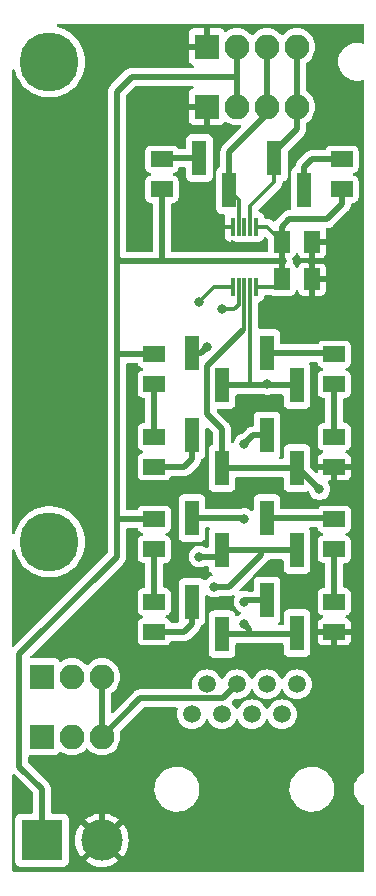
<source format=gtl>
G04 #@! TF.GenerationSoftware,KiCad,Pcbnew,7.0.9*
G04 #@! TF.CreationDate,2023-12-23T18:19:17+01:00*
G04 #@! TF.ProjectId,testing-board,74657374-696e-4672-9d62-6f6172642e6b,v1.0*
G04 #@! TF.SameCoordinates,Original*
G04 #@! TF.FileFunction,Copper,L1,Top*
G04 #@! TF.FilePolarity,Positive*
%FSLAX46Y46*%
G04 Gerber Fmt 4.6, Leading zero omitted, Abs format (unit mm)*
G04 Created by KiCad (PCBNEW 7.0.9) date 2023-12-23 18:19:17*
%MOMM*%
%LPD*%
G01*
G04 APERTURE LIST*
G04 Aperture macros list*
%AMOutline4P*
0 Free polygon, 4 corners , with rotation*
0 The origin of the aperture is its center*
0 number of corners: always 4*
0 $1 to $8 corner X, Y*
0 $9 Rotation angle, in degrees counterclockwise*
0 create outline with 4 corners*
4,1,4,$1,$2,$3,$4,$5,$6,$7,$8,$1,$2,$9*%
G04 Aperture macros list end*
G04 #@! TA.AperFunction,ComponentPad*
%ADD10R,2.100000X2.100000*%
G04 #@! TD*
G04 #@! TA.AperFunction,ComponentPad*
%ADD11O,2.100000X2.100000*%
G04 #@! TD*
G04 #@! TA.AperFunction,ComponentPad*
%ADD12C,5.000000*%
G04 #@! TD*
G04 #@! TA.AperFunction,SMDPad,CuDef*
%ADD13R,0.350000X1.500000*%
G04 #@! TD*
G04 #@! TA.AperFunction,SMDPad,CuDef*
%ADD14Outline4P,-0.650000X-0.900000X0.650000X-0.900000X0.650000X0.900000X-0.650000X0.900000X270.000000*%
G04 #@! TD*
G04 #@! TA.AperFunction,SMDPad,CuDef*
%ADD15Outline4P,-0.650000X-0.900000X0.650000X-0.900000X0.650000X0.900000X-0.650000X0.900000X90.000000*%
G04 #@! TD*
G04 #@! TA.AperFunction,SMDPad,CuDef*
%ADD16R,1.250000X3.000000*%
G04 #@! TD*
G04 #@! TA.AperFunction,ComponentPad*
%ADD17R,3.500000X3.500000*%
G04 #@! TD*
G04 #@! TA.AperFunction,ComponentPad*
%ADD18C,3.500000*%
G04 #@! TD*
G04 #@! TA.AperFunction,ComponentPad*
%ADD19C,1.500000*%
G04 #@! TD*
G04 #@! TA.AperFunction,SMDPad,CuDef*
%ADD20Outline4P,-0.650000X-0.900000X0.650000X-0.900000X0.650000X0.900000X-0.650000X0.900000X0.000000*%
G04 #@! TD*
G04 #@! TA.AperFunction,ViaPad*
%ADD21C,0.800000*%
G04 #@! TD*
G04 #@! TA.AperFunction,Conductor*
%ADD22C,0.500000*%
G04 #@! TD*
G04 #@! TA.AperFunction,Conductor*
%ADD23C,0.350000*%
G04 #@! TD*
G04 #@! TA.AperFunction,Conductor*
%ADD24C,0.250000*%
G04 #@! TD*
G04 APERTURE END LIST*
D10*
X132080000Y-64135000D03*
D11*
X134620000Y-64135000D03*
X137160000Y-64135000D03*
X139700000Y-64135000D03*
D12*
X118745000Y-106045000D03*
X118745000Y-65405000D03*
D13*
X136255000Y-79375000D03*
X135755000Y-79375000D03*
X135255000Y-79375000D03*
X134755000Y-79375000D03*
X134255000Y-79375000D03*
X134255000Y-84455000D03*
X134755000Y-84455000D03*
X135255000Y-84455000D03*
X135755000Y-84455000D03*
X136255000Y-84455000D03*
D14*
X142875000Y-97155000D03*
X142875000Y-99695000D03*
X142875000Y-90170000D03*
X142875000Y-92710000D03*
X127635000Y-97155000D03*
X127635000Y-99695000D03*
X127635000Y-90170000D03*
X127635000Y-92710000D03*
X142875000Y-111125000D03*
X142875000Y-113665000D03*
X142875000Y-104140000D03*
X142875000Y-106680000D03*
X127635000Y-111125000D03*
X127635000Y-113665000D03*
X127635000Y-104140000D03*
X127635000Y-106680000D03*
D15*
X143510000Y-76200000D03*
X143510000Y-73660000D03*
X128270000Y-76200000D03*
X128270000Y-73660000D03*
D16*
X137160000Y-90065000D03*
X139700000Y-92815000D03*
X133350000Y-92815000D03*
X130810000Y-90065000D03*
X137160000Y-97050000D03*
X139700000Y-99800000D03*
X133350000Y-99800000D03*
X130810000Y-97050000D03*
X137160000Y-104035000D03*
X139700000Y-106785000D03*
X133350000Y-106785000D03*
X130810000Y-104035000D03*
X137160000Y-111020000D03*
X139700000Y-113770000D03*
X133350000Y-113875000D03*
X130810000Y-111125000D03*
X137795000Y-73555000D03*
X140335000Y-76305000D03*
X133985000Y-76305000D03*
X131445000Y-73555000D03*
D10*
X132080000Y-69215000D03*
D11*
X134620000Y-69215000D03*
X137160000Y-69215000D03*
X139700000Y-69215000D03*
D10*
X118110000Y-122555000D03*
D11*
X120650000Y-122555000D03*
X123190000Y-122555000D03*
D10*
X118110000Y-117475000D03*
D11*
X120650000Y-117475000D03*
X123190000Y-117475000D03*
D17*
X118110000Y-131318000D03*
D18*
X123190000Y-131318000D03*
D19*
X130811000Y-120650000D03*
X132081000Y-118110000D03*
X133351000Y-120650000D03*
X134621000Y-118110000D03*
X135891000Y-120650000D03*
X137161000Y-118110000D03*
X138431000Y-120650000D03*
X139701000Y-118110000D03*
D20*
X138430000Y-83820000D03*
X140970000Y-83820000D03*
X138430000Y-80645000D03*
X140970000Y-80645000D03*
D21*
X140970000Y-82296000D03*
X138430000Y-82296000D03*
X131445000Y-85725000D03*
X133350000Y-86360000D03*
X135255000Y-97790000D03*
X137160000Y-92710000D03*
X132080000Y-89535000D03*
X131445000Y-107315000D03*
X132715000Y-109855000D03*
X135255000Y-113030000D03*
X135255000Y-111125000D03*
X135255000Y-104140000D03*
X141605000Y-101600000D03*
X132080000Y-79375000D03*
D22*
X140970000Y-81915000D02*
X140970000Y-83820000D01*
X138430000Y-81915000D02*
X138430000Y-83820000D01*
X140970000Y-80645000D02*
X140970000Y-81915000D01*
X123190000Y-130175000D02*
X123190000Y-128905000D01*
X143891000Y-82296000D02*
X140970000Y-82296000D01*
X123190000Y-127000000D02*
X127000000Y-123190000D01*
X123190000Y-130175000D02*
X123190000Y-127000000D01*
X127000000Y-123190000D02*
X140970000Y-123190000D01*
X144780000Y-83185000D02*
X143891000Y-82296000D01*
X140970000Y-123190000D02*
X144780000Y-119380000D01*
X142875000Y-99695000D02*
X144780000Y-99695000D01*
X144780000Y-99695000D02*
X144780000Y-83185000D01*
X142875000Y-113665000D02*
X144780000Y-113665000D01*
X144780000Y-119380000D02*
X144780000Y-113665000D01*
X144780000Y-113665000D02*
X144780000Y-99695000D01*
D23*
X134255000Y-79375000D02*
X132080000Y-79375000D01*
D22*
X118110000Y-130175000D02*
X118110000Y-127635000D01*
X138430000Y-80645000D02*
X138430000Y-81915000D01*
D23*
X137160000Y-79375000D02*
X138430000Y-80645000D01*
X136255000Y-79375000D02*
X137160000Y-79375000D01*
D24*
X137795000Y-84455000D02*
X138430000Y-83820000D01*
D23*
X136255000Y-84455000D02*
X137795000Y-84455000D01*
D22*
X128270000Y-76200000D02*
X128270000Y-81915000D01*
X143510000Y-76200000D02*
X143510000Y-77470000D01*
X143510000Y-77470000D02*
X142240000Y-78740000D01*
X142240000Y-78740000D02*
X139065000Y-78740000D01*
X138430000Y-79375000D02*
X138430000Y-80645000D01*
X139065000Y-78740000D02*
X138430000Y-79375000D01*
X118110000Y-127635000D02*
X118110000Y-127000000D01*
X118110000Y-127000000D02*
X116205000Y-125095000D01*
X116205000Y-125095000D02*
X116205000Y-116469998D01*
X116205000Y-116469998D02*
X116205000Y-115570000D01*
X116205000Y-115570000D02*
X124460000Y-107315000D01*
X127635000Y-104140000D02*
X124460000Y-104140000D01*
X124460000Y-107315000D02*
X124460000Y-104140000D01*
X127635000Y-90170000D02*
X124460000Y-90170000D01*
X124460000Y-104140000D02*
X124460000Y-90170000D01*
X124460000Y-90170000D02*
X124460000Y-85725000D01*
X125730000Y-66675000D02*
X134620000Y-66675000D01*
X124460000Y-67945000D02*
X125730000Y-66675000D01*
X134620000Y-64135000D02*
X134620000Y-66675000D01*
X134620000Y-66675000D02*
X134620000Y-69215000D01*
X129159000Y-82296000D02*
X138430000Y-82296000D01*
X124460000Y-81915000D02*
X124460000Y-67945000D01*
X128270000Y-81915000D02*
X128270000Y-82296000D01*
X128270000Y-82296000D02*
X129159000Y-82296000D01*
X129159000Y-82296000D02*
X124714000Y-82296000D01*
X124460000Y-85725000D02*
X124460000Y-82550000D01*
X124460000Y-82550000D02*
X124460000Y-82042000D01*
X124714000Y-82296000D02*
X124460000Y-82042000D01*
X124460000Y-82042000D02*
X124460000Y-81915000D01*
X138430000Y-120649000D02*
X138431000Y-120650000D01*
X132080000Y-118109000D02*
X132081000Y-118110000D01*
X126434999Y-119310001D02*
X123190000Y-122555000D01*
X133420999Y-119310001D02*
X126434999Y-119310001D01*
X134621000Y-118110000D02*
X133420999Y-119310001D01*
X123190000Y-122555000D02*
X123190000Y-117475000D01*
D23*
X135755000Y-79375000D02*
X135755000Y-77605000D01*
X137795000Y-75565000D02*
X137795000Y-73555000D01*
X135755000Y-77605000D02*
X137795000Y-75565000D01*
D22*
X137795000Y-73555000D02*
X137795000Y-73025000D01*
X139700000Y-71120000D02*
X139700000Y-69215000D01*
X137795000Y-73025000D02*
X139700000Y-71120000D01*
X139700000Y-69215000D02*
X139700000Y-64135000D01*
D23*
X134755000Y-77075000D02*
X133985000Y-76305000D01*
X134755000Y-79375000D02*
X134755000Y-77075000D01*
D22*
X137160000Y-64135000D02*
X137160000Y-69215000D01*
X137160000Y-69850000D02*
X137160000Y-69215000D01*
X133985000Y-76305000D02*
X133985000Y-73025000D01*
X133985000Y-73025000D02*
X137160000Y-69850000D01*
X128375000Y-73555000D02*
X128270000Y-73660000D01*
X131445000Y-73555000D02*
X128375000Y-73555000D01*
X140335000Y-76305000D02*
X140335000Y-74295000D01*
X140970000Y-73660000D02*
X143510000Y-73660000D01*
X140335000Y-74295000D02*
X140970000Y-73660000D01*
X130810000Y-111125000D02*
X130810000Y-113030000D01*
X130175000Y-113665000D02*
X127635000Y-113665000D01*
X130810000Y-113030000D02*
X130175000Y-113665000D01*
X139595000Y-113875000D02*
X139700000Y-113770000D01*
X135680000Y-113875000D02*
X135680000Y-113455000D01*
X135680000Y-113875000D02*
X139595000Y-113875000D01*
X133350000Y-113875000D02*
X135680000Y-113875000D01*
X135680000Y-113455000D02*
X135255000Y-113030000D01*
D23*
X133350000Y-86360000D02*
X134382000Y-86360000D01*
X134755000Y-84455000D02*
X134755000Y-85987000D01*
X134382000Y-86360000D02*
X134755000Y-85987000D01*
D22*
X137160000Y-111020000D02*
X135360000Y-111020000D01*
X135360000Y-111020000D02*
X135255000Y-111125000D01*
X135150000Y-104035000D02*
X135255000Y-104140000D01*
X130810000Y-104035000D02*
X135150000Y-104035000D01*
X136630000Y-106785000D02*
X139700000Y-106785000D01*
X133350000Y-106785000D02*
X136630000Y-106785000D01*
X132715000Y-109855000D02*
X133985000Y-109855000D01*
X136630000Y-107210000D02*
X136630000Y-106785000D01*
X133985000Y-109855000D02*
X136630000Y-107210000D01*
X132820000Y-107315000D02*
X133350000Y-106785000D01*
X131445000Y-107315000D02*
X132820000Y-107315000D01*
D23*
X134255000Y-84455000D02*
X133350000Y-84455000D01*
X132715000Y-84455000D02*
X131445000Y-85725000D01*
X133350000Y-84455000D02*
X132715000Y-84455000D01*
D22*
X142770000Y-104035000D02*
X142875000Y-104140000D01*
X137160000Y-104035000D02*
X142770000Y-104035000D01*
X127635000Y-99695000D02*
X130175000Y-99695000D01*
X130810000Y-99060000D02*
X130810000Y-97050000D01*
X130175000Y-99695000D02*
X130810000Y-99060000D01*
X137160000Y-97050000D02*
X135995000Y-97050000D01*
X135995000Y-97050000D02*
X135255000Y-97790000D01*
X130810000Y-90065000D02*
X131550000Y-90065000D01*
X131550000Y-90065000D02*
X132080000Y-89535000D01*
X142770000Y-90065000D02*
X142875000Y-90170000D01*
X137160000Y-90065000D02*
X142770000Y-90065000D01*
X133350000Y-99800000D02*
X139700000Y-99800000D01*
X139805000Y-99800000D02*
X141605000Y-101600000D01*
X139700000Y-99800000D02*
X139805000Y-99800000D01*
D23*
X135255000Y-84455000D02*
X135255000Y-86995000D01*
D22*
X132080000Y-91149998D02*
X133667500Y-89562498D01*
X132080000Y-95250000D02*
X132080000Y-91149998D01*
X133350000Y-96520000D02*
X132080000Y-95250000D01*
X133350000Y-99800000D02*
X133350000Y-96520000D01*
D23*
X135255000Y-86995000D02*
X135255000Y-87974998D01*
D22*
X133667500Y-89562498D02*
X135109999Y-88119999D01*
D23*
X135255000Y-87974998D02*
X135109999Y-88119999D01*
D24*
X135755000Y-92785000D02*
X135785000Y-92815000D01*
D22*
X133350000Y-92815000D02*
X135785000Y-92815000D01*
D23*
X135755000Y-84455000D02*
X135755000Y-92785000D01*
D22*
X135785000Y-92815000D02*
X139700000Y-92815000D01*
X127635000Y-111125000D02*
X127635000Y-106680000D01*
X142875000Y-111125000D02*
X142875000Y-106680000D01*
X127635000Y-97155000D02*
X127635000Y-92710000D01*
X142875000Y-97155000D02*
X142875000Y-92710000D01*
G04 #@! TA.AperFunction,Conductor*
G36*
X145357121Y-62250002D02*
G01*
X145403614Y-62303658D01*
X145415000Y-62356000D01*
X145415000Y-63740536D01*
X145394998Y-63808657D01*
X145341342Y-63855150D01*
X145271068Y-63865254D01*
X145247736Y-63859588D01*
X145214018Y-63847901D01*
X144972952Y-63803710D01*
X144727974Y-63796618D01*
X144727969Y-63796618D01*
X144484748Y-63826788D01*
X144248935Y-63893518D01*
X144248925Y-63893522D01*
X144025971Y-63995267D01*
X144025969Y-63995268D01*
X143821029Y-64129679D01*
X143638864Y-64293635D01*
X143483685Y-64483346D01*
X143359107Y-64694395D01*
X143267998Y-64921915D01*
X143212474Y-65160623D01*
X143193822Y-65405000D01*
X143212474Y-65649376D01*
X143267998Y-65888084D01*
X143308493Y-65989210D01*
X143358300Y-66113590D01*
X143359107Y-66115604D01*
X143483685Y-66326653D01*
X143483690Y-66326659D01*
X143638862Y-66516362D01*
X143821027Y-66680319D01*
X144025965Y-66814729D01*
X144025968Y-66814730D01*
X144025969Y-66814731D01*
X144025971Y-66814732D01*
X144035668Y-66819157D01*
X144248929Y-66916479D01*
X144248932Y-66916479D01*
X144248935Y-66916481D01*
X144484748Y-66983211D01*
X144484752Y-66983212D01*
X144727971Y-67013382D01*
X144972951Y-67006290D01*
X145214018Y-66962099D01*
X145247736Y-66950411D01*
X145318648Y-66947001D01*
X145380150Y-66982470D01*
X145412712Y-67045559D01*
X145415000Y-67069463D01*
X145415000Y-125534227D01*
X145394998Y-125602348D01*
X145346204Y-125646493D01*
X145250463Y-125695276D01*
X145056201Y-125836416D01*
X145056198Y-125836418D01*
X144886418Y-126006198D01*
X144886416Y-126006201D01*
X144745278Y-126200460D01*
X144636265Y-126414409D01*
X144636262Y-126414415D01*
X144562064Y-126642772D01*
X144562063Y-126642777D01*
X144562063Y-126642778D01*
X144524500Y-126879941D01*
X144524500Y-127120059D01*
X144542018Y-127230663D01*
X144562064Y-127357227D01*
X144636262Y-127585584D01*
X144636264Y-127585589D01*
X144745276Y-127799536D01*
X144886414Y-127993796D01*
X144886416Y-127993798D01*
X144886418Y-127993801D01*
X145056198Y-128163581D01*
X145056201Y-128163583D01*
X145056204Y-128163586D01*
X145250464Y-128304724D01*
X145346204Y-128353506D01*
X145397818Y-128402253D01*
X145415000Y-128465772D01*
X145415000Y-133859000D01*
X145394998Y-133927121D01*
X145341342Y-133973614D01*
X145289000Y-133985000D01*
X115696000Y-133985000D01*
X115627879Y-133964998D01*
X115581386Y-133911342D01*
X115570000Y-133859000D01*
X115570000Y-125836871D01*
X115590002Y-125768750D01*
X115643658Y-125722257D01*
X115713932Y-125712153D01*
X115778512Y-125741647D01*
X115785095Y-125747776D01*
X117314595Y-127277276D01*
X117348621Y-127339588D01*
X117351500Y-127366371D01*
X117351500Y-128933500D01*
X117331498Y-129001621D01*
X117277842Y-129048114D01*
X117225500Y-129059500D01*
X116311350Y-129059500D01*
X116250803Y-129066009D01*
X116250795Y-129066011D01*
X116113797Y-129117110D01*
X116113792Y-129117112D01*
X115996738Y-129204738D01*
X115909112Y-129321792D01*
X115909110Y-129321797D01*
X115858011Y-129458795D01*
X115858009Y-129458803D01*
X115851500Y-129519350D01*
X115851500Y-133116649D01*
X115858009Y-133177196D01*
X115858011Y-133177204D01*
X115909110Y-133314202D01*
X115909112Y-133314207D01*
X115996738Y-133431261D01*
X116113792Y-133518887D01*
X116113794Y-133518888D01*
X116113796Y-133518889D01*
X116172875Y-133540924D01*
X116250795Y-133569988D01*
X116250803Y-133569990D01*
X116311350Y-133576499D01*
X116311355Y-133576499D01*
X116311362Y-133576500D01*
X116311368Y-133576500D01*
X119908632Y-133576500D01*
X119908638Y-133576500D01*
X119908645Y-133576499D01*
X119908649Y-133576499D01*
X119969196Y-133569990D01*
X119969199Y-133569989D01*
X119969201Y-133569989D01*
X120106204Y-133518889D01*
X120223261Y-133431261D01*
X120310889Y-133314204D01*
X120361989Y-133177201D01*
X120368500Y-133116638D01*
X120368500Y-131318003D01*
X120927155Y-131318003D01*
X120946513Y-131613356D01*
X120946515Y-131613370D01*
X121004260Y-131903665D01*
X121004262Y-131903675D01*
X121099401Y-132183945D01*
X121099407Y-132183959D01*
X121230317Y-132449420D01*
X121394763Y-132695531D01*
X121422092Y-132726694D01*
X122625569Y-131523218D01*
X122665901Y-131620588D01*
X122762075Y-131745925D01*
X122887412Y-131842099D01*
X122984779Y-131882429D01*
X121781304Y-133085904D01*
X121781304Y-133085906D01*
X121812468Y-133113236D01*
X122058579Y-133277682D01*
X122324040Y-133408592D01*
X122324054Y-133408598D01*
X122604324Y-133503737D01*
X122604334Y-133503739D01*
X122894629Y-133561484D01*
X122894643Y-133561486D01*
X123189997Y-133580845D01*
X123190003Y-133580845D01*
X123485356Y-133561486D01*
X123485370Y-133561484D01*
X123775665Y-133503739D01*
X123775675Y-133503737D01*
X124055945Y-133408598D01*
X124055959Y-133408592D01*
X124321420Y-133277682D01*
X124567534Y-133113234D01*
X124567536Y-133113233D01*
X124598694Y-133085906D01*
X124598694Y-133085904D01*
X123395220Y-131882429D01*
X123492588Y-131842099D01*
X123617925Y-131745925D01*
X123714099Y-131620589D01*
X123754430Y-131523220D01*
X124957904Y-132726694D01*
X124957906Y-132726694D01*
X124985233Y-132695536D01*
X124985234Y-132695534D01*
X125149682Y-132449420D01*
X125280592Y-132183959D01*
X125280598Y-132183945D01*
X125375737Y-131903675D01*
X125375739Y-131903665D01*
X125433484Y-131613370D01*
X125433486Y-131613356D01*
X125452845Y-131318003D01*
X125452845Y-131317996D01*
X125433486Y-131022643D01*
X125433484Y-131022629D01*
X125375739Y-130732334D01*
X125375737Y-130732324D01*
X125280598Y-130452054D01*
X125280592Y-130452040D01*
X125149682Y-130186580D01*
X124985236Y-129940468D01*
X124957906Y-129909304D01*
X124957904Y-129909304D01*
X123754429Y-131112779D01*
X123714099Y-131015412D01*
X123617925Y-130890075D01*
X123492588Y-130793901D01*
X123395218Y-130753569D01*
X124598694Y-129550092D01*
X124567531Y-129522763D01*
X124321420Y-129358317D01*
X124055959Y-129227407D01*
X124055945Y-129227401D01*
X123775675Y-129132262D01*
X123775665Y-129132260D01*
X123485370Y-129074515D01*
X123485356Y-129074513D01*
X123190003Y-129055155D01*
X123189997Y-129055155D01*
X122894643Y-129074513D01*
X122894629Y-129074515D01*
X122604334Y-129132260D01*
X122604324Y-129132262D01*
X122324054Y-129227401D01*
X122324040Y-129227407D01*
X122058580Y-129358317D01*
X121812467Y-129522763D01*
X121812463Y-129522766D01*
X121781304Y-129550092D01*
X121781304Y-129550094D01*
X122984780Y-130753570D01*
X122887412Y-130793901D01*
X122762075Y-130890075D01*
X122665901Y-131015411D01*
X122625569Y-131112779D01*
X121422094Y-129909304D01*
X121422092Y-129909304D01*
X121394766Y-129940463D01*
X121394763Y-129940467D01*
X121230317Y-130186580D01*
X121099407Y-130452040D01*
X121099401Y-130452054D01*
X121004262Y-130732324D01*
X121004260Y-130732334D01*
X120946515Y-131022629D01*
X120946513Y-131022643D01*
X120927155Y-131317996D01*
X120927155Y-131318003D01*
X120368500Y-131318003D01*
X120368500Y-129519362D01*
X120368499Y-129519350D01*
X120361990Y-129458803D01*
X120361988Y-129458795D01*
X120310889Y-129321797D01*
X120310887Y-129321792D01*
X120223261Y-129204738D01*
X120106207Y-129117112D01*
X120106202Y-129117110D01*
X119969204Y-129066011D01*
X119969196Y-129066009D01*
X119908649Y-129059500D01*
X119908638Y-129059500D01*
X118994500Y-129059500D01*
X118926379Y-129039498D01*
X118879886Y-128985842D01*
X118868500Y-128933500D01*
X118868500Y-127069596D01*
X127634687Y-127069596D01*
X127665114Y-127346128D01*
X127735480Y-127615278D01*
X127808016Y-127785968D01*
X127844284Y-127871314D01*
X127989208Y-128108781D01*
X128167163Y-128322617D01*
X128374357Y-128508263D01*
X128606373Y-128661763D01*
X128858267Y-128779846D01*
X129124669Y-128859995D01*
X129399895Y-128900499D01*
X129399898Y-128900500D01*
X129399901Y-128900500D01*
X129608465Y-128900500D01*
X129641315Y-128898095D01*
X129816455Y-128885277D01*
X130087997Y-128824788D01*
X130347838Y-128725408D01*
X130590440Y-128589253D01*
X130810632Y-128419226D01*
X131003722Y-128218951D01*
X131165593Y-127992696D01*
X131292797Y-127745283D01*
X131382621Y-127481986D01*
X131433152Y-127208416D01*
X131438226Y-127069596D01*
X139066687Y-127069596D01*
X139097114Y-127346128D01*
X139167480Y-127615278D01*
X139240016Y-127785968D01*
X139276284Y-127871314D01*
X139421208Y-128108781D01*
X139599163Y-128322617D01*
X139806357Y-128508263D01*
X140038373Y-128661763D01*
X140290267Y-128779846D01*
X140556669Y-128859995D01*
X140831895Y-128900499D01*
X140831898Y-128900500D01*
X140831901Y-128900500D01*
X141040465Y-128900500D01*
X141073315Y-128898095D01*
X141248455Y-128885277D01*
X141519997Y-128824788D01*
X141779838Y-128725408D01*
X142022440Y-128589253D01*
X142242632Y-128419226D01*
X142435722Y-128218951D01*
X142597593Y-127992696D01*
X142724797Y-127745283D01*
X142814621Y-127481986D01*
X142865152Y-127208416D01*
X142875313Y-126930404D01*
X142844886Y-126653876D01*
X142828812Y-126592394D01*
X142774519Y-126384721D01*
X142696218Y-126200464D01*
X142665716Y-126128686D01*
X142520792Y-125891219D01*
X142342837Y-125677383D01*
X142135643Y-125491737D01*
X141903627Y-125338237D01*
X141767860Y-125274592D01*
X141651734Y-125220154D01*
X141572263Y-125196244D01*
X141385331Y-125140005D01*
X141385326Y-125140004D01*
X141385322Y-125140003D01*
X141110103Y-125099500D01*
X141110099Y-125099500D01*
X140901537Y-125099500D01*
X140901535Y-125099500D01*
X140693541Y-125114723D01*
X140422009Y-125175210D01*
X140421997Y-125175214D01*
X140162161Y-125274592D01*
X139919559Y-125410747D01*
X139699366Y-125580775D01*
X139699365Y-125580776D01*
X139506280Y-125781046D01*
X139344404Y-126007307D01*
X139217204Y-126254714D01*
X139127377Y-126518020D01*
X139076847Y-126791587D01*
X139066687Y-127069596D01*
X131438226Y-127069596D01*
X131443313Y-126930404D01*
X131412886Y-126653876D01*
X131396812Y-126592394D01*
X131342519Y-126384721D01*
X131264218Y-126200464D01*
X131233716Y-126128686D01*
X131088792Y-125891219D01*
X130910837Y-125677383D01*
X130703643Y-125491737D01*
X130471627Y-125338237D01*
X130335860Y-125274592D01*
X130219734Y-125220154D01*
X130140263Y-125196244D01*
X129953331Y-125140005D01*
X129953326Y-125140004D01*
X129953322Y-125140003D01*
X129678103Y-125099500D01*
X129678099Y-125099500D01*
X129469537Y-125099500D01*
X129469535Y-125099500D01*
X129261541Y-125114723D01*
X128990009Y-125175210D01*
X128989997Y-125175214D01*
X128730161Y-125274592D01*
X128487559Y-125410747D01*
X128267366Y-125580775D01*
X128267365Y-125580776D01*
X128074280Y-125781046D01*
X127912404Y-126007307D01*
X127785204Y-126254714D01*
X127695377Y-126518020D01*
X127644847Y-126791587D01*
X127634687Y-127069596D01*
X118868500Y-127069596D01*
X118868500Y-127064441D01*
X118869830Y-127046182D01*
X118870940Y-127038600D01*
X118873341Y-127022211D01*
X118870875Y-126994027D01*
X118868740Y-126969614D01*
X118868500Y-126964121D01*
X118868500Y-126955819D01*
X118864652Y-126922905D01*
X118864652Y-126922904D01*
X118857887Y-126845574D01*
X118857885Y-126845570D01*
X118856403Y-126838388D01*
X118856469Y-126838374D01*
X118854837Y-126831012D01*
X118854772Y-126831028D01*
X118853080Y-126823890D01*
X118841321Y-126791584D01*
X118826526Y-126750934D01*
X118802114Y-126677262D01*
X118802109Y-126677255D01*
X118799012Y-126670611D01*
X118799074Y-126670581D01*
X118795788Y-126663795D01*
X118795728Y-126663826D01*
X118792433Y-126657265D01*
X118749766Y-126592394D01*
X118709031Y-126526351D01*
X118709030Y-126526349D01*
X118709027Y-126526346D01*
X118704478Y-126520592D01*
X118704531Y-126520549D01*
X118699766Y-126514700D01*
X118699715Y-126514744D01*
X118694998Y-126509122D01*
X118638518Y-126455837D01*
X117000405Y-124817723D01*
X116966379Y-124755411D01*
X116963500Y-124728628D01*
X116963500Y-124239500D01*
X116983502Y-124171379D01*
X117037158Y-124124886D01*
X117089500Y-124113500D01*
X119208632Y-124113500D01*
X119208638Y-124113500D01*
X119208645Y-124113499D01*
X119208649Y-124113499D01*
X119269196Y-124106990D01*
X119269199Y-124106989D01*
X119269201Y-124106989D01*
X119406204Y-124055889D01*
X119425020Y-124041804D01*
X119523261Y-123968261D01*
X119596028Y-123871056D01*
X119652863Y-123828509D01*
X119723679Y-123823444D01*
X119762726Y-123839130D01*
X119940268Y-123947927D01*
X120166908Y-124041805D01*
X120405443Y-124099072D01*
X120650000Y-124118319D01*
X120894557Y-124099072D01*
X121133092Y-124041805D01*
X121359732Y-123947927D01*
X121568896Y-123819752D01*
X121755433Y-123660433D01*
X121824190Y-123579929D01*
X121883640Y-123541121D01*
X121954634Y-123540615D01*
X122014633Y-123578571D01*
X122015767Y-123579879D01*
X122084567Y-123660433D01*
X122271104Y-123819752D01*
X122480268Y-123947927D01*
X122706908Y-124041805D01*
X122945443Y-124099072D01*
X123190000Y-124118319D01*
X123434557Y-124099072D01*
X123673092Y-124041805D01*
X123899732Y-123947927D01*
X124108896Y-123819752D01*
X124295433Y-123660433D01*
X124454752Y-123473896D01*
X124582927Y-123264732D01*
X124676805Y-123038092D01*
X124734072Y-122799557D01*
X124753319Y-122555000D01*
X124734072Y-122310443D01*
X124706629Y-122196134D01*
X124710177Y-122125227D01*
X124740051Y-122077628D01*
X126712275Y-120105406D01*
X126774587Y-120071380D01*
X126801370Y-120068501D01*
X129499711Y-120068501D01*
X129567832Y-120088503D01*
X129614325Y-120142159D01*
X129624429Y-120212433D01*
X129621418Y-120227112D01*
X129566885Y-120430629D01*
X129547693Y-120650000D01*
X129566885Y-120869370D01*
X129623879Y-121082073D01*
X129623881Y-121082079D01*
X129697028Y-121238943D01*
X129716944Y-121281654D01*
X129722960Y-121290245D01*
X129843251Y-121462038D01*
X129843254Y-121462042D01*
X129998957Y-121617745D01*
X129998961Y-121617748D01*
X129998962Y-121617749D01*
X130179346Y-121744056D01*
X130378924Y-121837120D01*
X130591629Y-121894115D01*
X130811000Y-121913307D01*
X131030371Y-121894115D01*
X131243076Y-121837120D01*
X131442654Y-121744056D01*
X131623038Y-121617749D01*
X131778749Y-121462038D01*
X131905056Y-121281654D01*
X131929691Y-121228825D01*
X131966805Y-121149232D01*
X132013722Y-121095946D01*
X132081999Y-121076485D01*
X132149959Y-121097026D01*
X132195195Y-121149232D01*
X132232309Y-121228825D01*
X132256944Y-121281654D01*
X132312165Y-121360517D01*
X132383251Y-121462038D01*
X132383254Y-121462042D01*
X132538957Y-121617745D01*
X132538961Y-121617748D01*
X132538962Y-121617749D01*
X132719346Y-121744056D01*
X132918924Y-121837120D01*
X133131629Y-121894115D01*
X133351000Y-121913307D01*
X133570371Y-121894115D01*
X133783076Y-121837120D01*
X133982654Y-121744056D01*
X134163038Y-121617749D01*
X134318749Y-121462038D01*
X134445056Y-121281654D01*
X134469691Y-121228825D01*
X134506805Y-121149232D01*
X134553722Y-121095946D01*
X134621999Y-121076485D01*
X134689959Y-121097026D01*
X134735195Y-121149232D01*
X134772309Y-121228825D01*
X134796944Y-121281654D01*
X134852165Y-121360517D01*
X134923251Y-121462038D01*
X134923254Y-121462042D01*
X135078957Y-121617745D01*
X135078961Y-121617748D01*
X135078962Y-121617749D01*
X135259346Y-121744056D01*
X135458924Y-121837120D01*
X135671629Y-121894115D01*
X135891000Y-121913307D01*
X136110371Y-121894115D01*
X136323076Y-121837120D01*
X136522654Y-121744056D01*
X136703038Y-121617749D01*
X136858749Y-121462038D01*
X136985056Y-121281654D01*
X137009691Y-121228825D01*
X137046805Y-121149232D01*
X137093722Y-121095946D01*
X137161999Y-121076485D01*
X137229959Y-121097026D01*
X137275195Y-121149232D01*
X137312309Y-121228825D01*
X137336944Y-121281654D01*
X137392165Y-121360517D01*
X137463251Y-121462038D01*
X137463254Y-121462042D01*
X137618957Y-121617745D01*
X137618961Y-121617748D01*
X137618962Y-121617749D01*
X137799346Y-121744056D01*
X137998924Y-121837120D01*
X138211629Y-121894115D01*
X138431000Y-121913307D01*
X138650371Y-121894115D01*
X138863076Y-121837120D01*
X139062654Y-121744056D01*
X139243038Y-121617749D01*
X139398749Y-121462038D01*
X139525056Y-121281654D01*
X139618120Y-121082076D01*
X139675115Y-120869371D01*
X139694307Y-120650000D01*
X139675115Y-120430629D01*
X139618120Y-120217924D01*
X139525056Y-120018347D01*
X139398749Y-119837962D01*
X139243038Y-119682251D01*
X139218565Y-119665115D01*
X139193903Y-119647846D01*
X139062654Y-119555944D01*
X139062650Y-119555942D01*
X138863079Y-119462881D01*
X138863073Y-119462879D01*
X138773178Y-119438791D01*
X138650371Y-119405885D01*
X138431000Y-119386693D01*
X138211629Y-119405885D01*
X137998926Y-119462879D01*
X137998920Y-119462881D01*
X137799346Y-119555944D01*
X137618965Y-119682248D01*
X137618959Y-119682253D01*
X137463253Y-119837959D01*
X137463248Y-119837965D01*
X137336944Y-120018346D01*
X137275195Y-120150768D01*
X137228278Y-120204053D01*
X137160000Y-120223514D01*
X137092040Y-120202972D01*
X137046805Y-120150768D01*
X137017770Y-120088503D01*
X136985056Y-120018347D01*
X136858749Y-119837962D01*
X136703038Y-119682251D01*
X136678565Y-119665115D01*
X136653903Y-119647846D01*
X136522654Y-119555944D01*
X136522650Y-119555942D01*
X136323079Y-119462881D01*
X136323073Y-119462879D01*
X136233178Y-119438791D01*
X136110371Y-119405885D01*
X135891000Y-119386693D01*
X135671629Y-119405885D01*
X135458926Y-119462879D01*
X135458920Y-119462881D01*
X135259346Y-119555944D01*
X135078965Y-119682248D01*
X135078959Y-119682253D01*
X134923253Y-119837959D01*
X134923248Y-119837965D01*
X134796944Y-120018346D01*
X134735195Y-120150768D01*
X134688278Y-120204053D01*
X134620000Y-120223514D01*
X134552040Y-120202972D01*
X134506805Y-120150768D01*
X134477770Y-120088503D01*
X134445056Y-120018347D01*
X134318749Y-119837962D01*
X134231328Y-119750541D01*
X134197302Y-119688229D01*
X134202367Y-119617414D01*
X134231326Y-119572353D01*
X134404164Y-119399515D01*
X134466474Y-119365491D01*
X134504234Y-119363091D01*
X134621000Y-119373307D01*
X134840371Y-119354115D01*
X135053076Y-119297120D01*
X135252654Y-119204056D01*
X135433038Y-119077749D01*
X135588749Y-118922038D01*
X135715056Y-118741654D01*
X135748360Y-118670234D01*
X135776805Y-118609232D01*
X135823722Y-118555946D01*
X135891999Y-118536485D01*
X135959959Y-118557026D01*
X136005195Y-118609232D01*
X136033640Y-118670234D01*
X136066944Y-118741654D01*
X136155362Y-118867927D01*
X136193251Y-118922038D01*
X136193254Y-118922042D01*
X136348957Y-119077745D01*
X136348961Y-119077748D01*
X136348962Y-119077749D01*
X136529346Y-119204056D01*
X136728924Y-119297120D01*
X136941629Y-119354115D01*
X137161000Y-119373307D01*
X137380371Y-119354115D01*
X137593076Y-119297120D01*
X137792654Y-119204056D01*
X137973038Y-119077749D01*
X138128749Y-118922038D01*
X138255056Y-118741654D01*
X138288360Y-118670234D01*
X138316805Y-118609232D01*
X138363722Y-118555946D01*
X138431999Y-118536485D01*
X138499959Y-118557026D01*
X138545195Y-118609232D01*
X138573640Y-118670234D01*
X138606944Y-118741654D01*
X138695362Y-118867927D01*
X138733251Y-118922038D01*
X138733254Y-118922042D01*
X138888957Y-119077745D01*
X138888961Y-119077748D01*
X138888962Y-119077749D01*
X139069346Y-119204056D01*
X139268924Y-119297120D01*
X139481629Y-119354115D01*
X139701000Y-119373307D01*
X139920371Y-119354115D01*
X140133076Y-119297120D01*
X140332654Y-119204056D01*
X140513038Y-119077749D01*
X140668749Y-118922038D01*
X140795056Y-118741654D01*
X140888120Y-118542076D01*
X140945115Y-118329371D01*
X140964307Y-118110000D01*
X140945115Y-117890629D01*
X140888120Y-117677924D01*
X140795056Y-117478347D01*
X140668749Y-117297962D01*
X140513038Y-117142251D01*
X140332654Y-117015944D01*
X140332650Y-117015942D01*
X140133079Y-116922881D01*
X140133073Y-116922879D01*
X140043178Y-116898791D01*
X139920371Y-116865885D01*
X139701000Y-116846693D01*
X139481629Y-116865885D01*
X139268926Y-116922879D01*
X139268920Y-116922881D01*
X139069346Y-117015944D01*
X138888965Y-117142248D01*
X138888959Y-117142253D01*
X138733253Y-117297959D01*
X138733248Y-117297965D01*
X138606944Y-117478346D01*
X138545195Y-117610768D01*
X138498278Y-117664053D01*
X138430000Y-117683514D01*
X138362040Y-117662972D01*
X138316805Y-117610768D01*
X138296488Y-117567198D01*
X138255056Y-117478347D01*
X138128749Y-117297962D01*
X137973038Y-117142251D01*
X137792654Y-117015944D01*
X137792650Y-117015942D01*
X137593079Y-116922881D01*
X137593073Y-116922879D01*
X137503178Y-116898791D01*
X137380371Y-116865885D01*
X137161000Y-116846693D01*
X136941629Y-116865885D01*
X136728926Y-116922879D01*
X136728920Y-116922881D01*
X136529346Y-117015944D01*
X136348965Y-117142248D01*
X136348959Y-117142253D01*
X136193253Y-117297959D01*
X136193248Y-117297965D01*
X136066944Y-117478346D01*
X136005195Y-117610768D01*
X135958278Y-117664053D01*
X135890000Y-117683514D01*
X135822040Y-117662972D01*
X135776805Y-117610768D01*
X135756488Y-117567198D01*
X135715056Y-117478347D01*
X135588749Y-117297962D01*
X135433038Y-117142251D01*
X135252654Y-117015944D01*
X135252650Y-117015942D01*
X135053079Y-116922881D01*
X135053073Y-116922879D01*
X134963178Y-116898791D01*
X134840371Y-116865885D01*
X134621000Y-116846693D01*
X134401629Y-116865885D01*
X134188926Y-116922879D01*
X134188920Y-116922881D01*
X133989346Y-117015944D01*
X133808965Y-117142248D01*
X133808959Y-117142253D01*
X133653253Y-117297959D01*
X133653248Y-117297965D01*
X133526944Y-117478346D01*
X133465195Y-117610768D01*
X133418278Y-117664053D01*
X133350000Y-117683514D01*
X133282040Y-117662972D01*
X133236805Y-117610768D01*
X133216488Y-117567198D01*
X133175056Y-117478347D01*
X133048749Y-117297962D01*
X132893038Y-117142251D01*
X132712654Y-117015944D01*
X132712650Y-117015942D01*
X132513079Y-116922881D01*
X132513073Y-116922879D01*
X132423178Y-116898791D01*
X132300371Y-116865885D01*
X132081000Y-116846693D01*
X131861629Y-116865885D01*
X131648926Y-116922879D01*
X131648920Y-116922881D01*
X131449346Y-117015944D01*
X131268965Y-117142248D01*
X131268959Y-117142253D01*
X131113253Y-117297959D01*
X131113248Y-117297965D01*
X130986944Y-117478346D01*
X130893881Y-117677920D01*
X130893879Y-117677926D01*
X130836885Y-117890629D01*
X130817693Y-118110000D01*
X130836885Y-118329374D01*
X130853905Y-118392889D01*
X130852216Y-118463865D01*
X130812423Y-118522662D01*
X130747158Y-118550610D01*
X130732199Y-118551501D01*
X126499440Y-118551501D01*
X126481181Y-118550171D01*
X126457211Y-118546660D01*
X126457210Y-118546660D01*
X126450772Y-118547223D01*
X126404614Y-118551261D01*
X126399121Y-118551501D01*
X126390816Y-118551501D01*
X126357903Y-118555348D01*
X126280573Y-118562113D01*
X126273388Y-118563597D01*
X126273375Y-118563534D01*
X126266002Y-118565169D01*
X126266017Y-118565232D01*
X126258880Y-118566923D01*
X126203087Y-118587230D01*
X126185933Y-118593474D01*
X126149097Y-118605680D01*
X126112260Y-118617887D01*
X126105611Y-118620988D01*
X126105582Y-118620927D01*
X126098791Y-118624215D01*
X126098821Y-118624274D01*
X126092268Y-118627564D01*
X126027393Y-118670233D01*
X125961350Y-118710969D01*
X125955587Y-118715526D01*
X125955546Y-118715474D01*
X125949703Y-118720234D01*
X125949745Y-118720284D01*
X125944127Y-118724997D01*
X125890835Y-118781483D01*
X124163595Y-120508723D01*
X124101283Y-120542748D01*
X124030468Y-120537684D01*
X123973632Y-120495137D01*
X123948821Y-120428617D01*
X123948500Y-120419628D01*
X123948500Y-118908605D01*
X123968502Y-118840484D01*
X124008664Y-118801173D01*
X124108896Y-118739752D01*
X124295433Y-118580433D01*
X124454752Y-118393896D01*
X124582927Y-118184732D01*
X124676805Y-117958092D01*
X124734072Y-117719557D01*
X124753319Y-117475000D01*
X124734072Y-117230443D01*
X124676805Y-116991908D01*
X124582927Y-116765268D01*
X124454752Y-116556104D01*
X124295433Y-116369567D01*
X124108896Y-116210248D01*
X124108894Y-116210246D01*
X124108892Y-116210245D01*
X123986256Y-116135094D01*
X123899732Y-116082073D01*
X123673092Y-115988195D01*
X123434557Y-115930928D01*
X123190000Y-115911681D01*
X122945443Y-115930928D01*
X122706907Y-115988195D01*
X122480266Y-116082074D01*
X122271107Y-116210245D01*
X122084567Y-116369567D01*
X122015811Y-116450069D01*
X121956360Y-116488878D01*
X121885365Y-116489384D01*
X121825367Y-116451428D01*
X121824189Y-116450069D01*
X121812089Y-116435903D01*
X121755433Y-116369567D01*
X121568896Y-116210248D01*
X121568894Y-116210246D01*
X121568892Y-116210245D01*
X121446256Y-116135094D01*
X121359732Y-116082073D01*
X121133092Y-115988195D01*
X120894557Y-115930928D01*
X120650000Y-115911681D01*
X120405443Y-115930928D01*
X120166907Y-115988195D01*
X119940266Y-116082074D01*
X119762730Y-116190867D01*
X119694197Y-116209405D01*
X119626520Y-116187948D01*
X119596028Y-116158943D01*
X119523261Y-116061738D01*
X119406207Y-115974112D01*
X119406202Y-115974110D01*
X119269204Y-115923011D01*
X119269196Y-115923009D01*
X119208649Y-115916500D01*
X119208638Y-115916500D01*
X117235371Y-115916500D01*
X117167250Y-115896498D01*
X117120757Y-115842842D01*
X117110653Y-115772568D01*
X117140147Y-115707988D01*
X117146276Y-115701405D01*
X118928681Y-113919000D01*
X124950778Y-107896901D01*
X124964617Y-107884941D01*
X124984058Y-107870469D01*
X125018001Y-107830015D01*
X125021700Y-107825979D01*
X125027581Y-107820100D01*
X125037547Y-107807494D01*
X125048135Y-107794105D01*
X125077931Y-107758595D01*
X125098032Y-107734640D01*
X125098033Y-107734636D01*
X125098036Y-107734634D01*
X125102070Y-107728502D01*
X125102127Y-107728539D01*
X125106171Y-107722191D01*
X125106112Y-107722155D01*
X125109961Y-107715912D01*
X125109967Y-107715905D01*
X125142775Y-107645547D01*
X125177609Y-107576188D01*
X125177610Y-107576182D01*
X125180119Y-107569291D01*
X125180184Y-107569314D01*
X125182658Y-107562197D01*
X125182594Y-107562176D01*
X125184903Y-107555208D01*
X125200607Y-107479150D01*
X125206165Y-107455698D01*
X125218500Y-107403656D01*
X125218500Y-107403649D01*
X125219352Y-107396368D01*
X125219419Y-107396375D01*
X125220185Y-107388877D01*
X125220119Y-107388872D01*
X125220757Y-107381565D01*
X125220759Y-107381558D01*
X125218500Y-107303920D01*
X125218500Y-105024500D01*
X125238502Y-104956379D01*
X125292158Y-104909886D01*
X125344500Y-104898500D01*
X126145267Y-104898500D01*
X126213388Y-104918502D01*
X126259881Y-104972158D01*
X126263312Y-104980441D01*
X126284111Y-105036204D01*
X126284112Y-105036205D01*
X126284113Y-105036208D01*
X126371738Y-105153261D01*
X126488792Y-105240887D01*
X126488794Y-105240888D01*
X126488796Y-105240889D01*
X126533933Y-105257724D01*
X126625679Y-105291945D01*
X126682515Y-105334492D01*
X126707325Y-105401012D01*
X126692233Y-105470386D01*
X126642031Y-105520588D01*
X126625679Y-105528055D01*
X126488797Y-105579110D01*
X126488792Y-105579112D01*
X126371738Y-105666738D01*
X126284112Y-105783792D01*
X126284110Y-105783797D01*
X126233011Y-105920795D01*
X126233009Y-105920803D01*
X126226500Y-105981350D01*
X126226500Y-107378649D01*
X126233009Y-107439196D01*
X126233011Y-107439204D01*
X126284110Y-107576202D01*
X126284112Y-107576207D01*
X126371738Y-107693261D01*
X126488792Y-107780887D01*
X126488794Y-107780888D01*
X126488796Y-107780889D01*
X126547875Y-107802924D01*
X126625795Y-107831988D01*
X126625803Y-107831990D01*
X126686350Y-107838499D01*
X126686355Y-107838499D01*
X126686362Y-107838500D01*
X126750500Y-107838500D01*
X126818621Y-107858502D01*
X126865114Y-107912158D01*
X126876500Y-107964500D01*
X126876500Y-109840500D01*
X126856498Y-109908621D01*
X126802842Y-109955114D01*
X126750500Y-109966500D01*
X126686350Y-109966500D01*
X126625803Y-109973009D01*
X126625795Y-109973011D01*
X126488797Y-110024110D01*
X126488792Y-110024112D01*
X126371738Y-110111738D01*
X126284112Y-110228792D01*
X126284110Y-110228797D01*
X126233011Y-110365795D01*
X126233009Y-110365803D01*
X126226500Y-110426350D01*
X126226500Y-111823649D01*
X126233009Y-111884196D01*
X126233011Y-111884204D01*
X126284110Y-112021202D01*
X126284112Y-112021207D01*
X126371738Y-112138261D01*
X126488792Y-112225887D01*
X126488794Y-112225888D01*
X126488796Y-112225889D01*
X126523631Y-112238882D01*
X126625679Y-112276945D01*
X126682515Y-112319492D01*
X126707325Y-112386012D01*
X126692233Y-112455386D01*
X126642031Y-112505588D01*
X126625679Y-112513055D01*
X126488797Y-112564110D01*
X126488792Y-112564112D01*
X126371738Y-112651738D01*
X126284112Y-112768792D01*
X126284110Y-112768797D01*
X126233011Y-112905795D01*
X126233009Y-112905803D01*
X126226500Y-112966350D01*
X126226500Y-114363649D01*
X126233009Y-114424196D01*
X126233011Y-114424204D01*
X126284110Y-114561202D01*
X126284112Y-114561207D01*
X126371738Y-114678261D01*
X126488792Y-114765887D01*
X126488794Y-114765888D01*
X126488796Y-114765889D01*
X126547875Y-114787924D01*
X126625795Y-114816988D01*
X126625803Y-114816990D01*
X126686350Y-114823499D01*
X126686355Y-114823499D01*
X126686362Y-114823500D01*
X126686368Y-114823500D01*
X128583632Y-114823500D01*
X128583638Y-114823500D01*
X128583645Y-114823499D01*
X128583649Y-114823499D01*
X128644196Y-114816990D01*
X128644199Y-114816989D01*
X128644201Y-114816989D01*
X128781204Y-114765889D01*
X128781799Y-114765444D01*
X128898261Y-114678261D01*
X128985886Y-114561208D01*
X128985885Y-114561208D01*
X128985889Y-114561204D01*
X129006679Y-114505464D01*
X129049224Y-114448632D01*
X129115744Y-114423821D01*
X129124733Y-114423500D01*
X130110559Y-114423500D01*
X130128819Y-114424830D01*
X130133715Y-114425547D01*
X130152789Y-114428341D01*
X130186146Y-114425422D01*
X130205385Y-114423740D01*
X130210878Y-114423500D01*
X130219176Y-114423500D01*
X130219180Y-114423500D01*
X130245512Y-114420421D01*
X130252096Y-114419652D01*
X130258861Y-114419060D01*
X130329426Y-114412887D01*
X130329432Y-114412884D01*
X130336618Y-114411402D01*
X130336631Y-114411468D01*
X130343987Y-114409836D01*
X130343972Y-114409771D01*
X130351104Y-114408079D01*
X130351113Y-114408079D01*
X130424065Y-114381526D01*
X130497738Y-114357114D01*
X130497740Y-114357112D01*
X130504389Y-114354012D01*
X130504418Y-114354074D01*
X130511203Y-114350789D01*
X130511173Y-114350729D01*
X130517728Y-114347436D01*
X130517732Y-114347435D01*
X130582605Y-114304766D01*
X130648651Y-114264030D01*
X130648660Y-114264020D01*
X130654408Y-114259477D01*
X130654450Y-114259531D01*
X130660289Y-114254775D01*
X130660246Y-114254723D01*
X130665865Y-114250006D01*
X130665874Y-114250001D01*
X130719163Y-114193517D01*
X131300784Y-113611895D01*
X131314617Y-113599941D01*
X131334058Y-113585469D01*
X131368001Y-113545015D01*
X131371700Y-113540979D01*
X131377581Y-113535100D01*
X131387547Y-113522494D01*
X131398135Y-113509105D01*
X131420481Y-113482472D01*
X131448032Y-113449640D01*
X131448033Y-113449636D01*
X131448036Y-113449634D01*
X131452070Y-113443502D01*
X131452127Y-113443539D01*
X131456171Y-113437191D01*
X131456112Y-113437155D01*
X131459961Y-113430912D01*
X131459967Y-113430905D01*
X131492775Y-113360547D01*
X131527609Y-113291188D01*
X131527610Y-113291182D01*
X131530119Y-113284291D01*
X131530184Y-113284314D01*
X131532658Y-113277197D01*
X131532594Y-113277176D01*
X131534902Y-113270208D01*
X131534901Y-113270208D01*
X131534903Y-113270206D01*
X131550607Y-113194149D01*
X131553169Y-113183337D01*
X131588338Y-113121667D01*
X131631743Y-113094337D01*
X131681202Y-113075890D01*
X131681202Y-113075889D01*
X131681204Y-113075889D01*
X131798261Y-112988261D01*
X131814616Y-112966414D01*
X131885887Y-112871207D01*
X131885887Y-112871206D01*
X131885889Y-112871204D01*
X131936989Y-112734201D01*
X131943500Y-112673638D01*
X131943500Y-110664728D01*
X131963502Y-110596607D01*
X132017158Y-110550114D01*
X132087432Y-110540010D01*
X132143558Y-110562791D01*
X132258248Y-110646118D01*
X132432712Y-110723794D01*
X132619513Y-110763500D01*
X132810487Y-110763500D01*
X132997288Y-110723794D01*
X133171752Y-110646118D01*
X133183524Y-110637564D01*
X133250391Y-110613706D01*
X133257587Y-110613500D01*
X133920559Y-110613500D01*
X133938819Y-110614830D01*
X133943715Y-110615547D01*
X133962789Y-110618341D01*
X133996146Y-110615422D01*
X134015385Y-110613740D01*
X134020878Y-110613500D01*
X134029176Y-110613500D01*
X134029180Y-110613500D01*
X134055512Y-110610421D01*
X134062096Y-110609652D01*
X134068861Y-110609060D01*
X134139426Y-110602887D01*
X134139432Y-110602884D01*
X134146618Y-110601402D01*
X134146631Y-110601468D01*
X134153987Y-110599836D01*
X134153972Y-110599771D01*
X134161104Y-110598079D01*
X134161113Y-110598079D01*
X134234065Y-110571526D01*
X134280139Y-110556258D01*
X134351092Y-110553818D01*
X134412103Y-110590126D01*
X134443798Y-110653654D01*
X134436116Y-110724234D01*
X134428893Y-110738858D01*
X134420476Y-110753436D01*
X134420473Y-110753445D01*
X134361457Y-110935072D01*
X134341496Y-111125000D01*
X134361457Y-111314927D01*
X134391526Y-111407470D01*
X134420473Y-111496556D01*
X134420476Y-111496561D01*
X134515958Y-111661941D01*
X134515965Y-111661951D01*
X134643744Y-111803864D01*
X134683560Y-111832792D01*
X134798248Y-111916118D01*
X134902184Y-111962393D01*
X134956280Y-112008373D01*
X134976929Y-112076301D01*
X134957577Y-112144609D01*
X134904366Y-112191610D01*
X134902184Y-112192607D01*
X134798247Y-112238882D01*
X134671748Y-112330789D01*
X134604880Y-112354648D01*
X134535728Y-112338567D01*
X134486248Y-112287653D01*
X134479631Y-112272886D01*
X134476989Y-112265803D01*
X134476989Y-112265799D01*
X134425889Y-112128796D01*
X134425886Y-112128792D01*
X134425886Y-112128791D01*
X134338261Y-112011738D01*
X134221207Y-111924112D01*
X134221202Y-111924110D01*
X134084204Y-111873011D01*
X134084196Y-111873009D01*
X134023649Y-111866500D01*
X134023638Y-111866500D01*
X132676362Y-111866500D01*
X132676350Y-111866500D01*
X132615803Y-111873009D01*
X132615795Y-111873011D01*
X132478797Y-111924110D01*
X132478792Y-111924112D01*
X132361738Y-112011738D01*
X132274112Y-112128792D01*
X132274110Y-112128797D01*
X132223011Y-112265795D01*
X132223009Y-112265803D01*
X132216500Y-112326350D01*
X132216500Y-115423649D01*
X132223009Y-115484196D01*
X132223011Y-115484204D01*
X132274110Y-115621202D01*
X132274112Y-115621207D01*
X132361738Y-115738261D01*
X132478792Y-115825887D01*
X132478794Y-115825888D01*
X132478796Y-115825889D01*
X132537875Y-115847924D01*
X132615795Y-115876988D01*
X132615803Y-115876990D01*
X132676350Y-115883499D01*
X132676355Y-115883499D01*
X132676362Y-115883500D01*
X132676368Y-115883500D01*
X134023632Y-115883500D01*
X134023638Y-115883500D01*
X134023645Y-115883499D01*
X134023649Y-115883499D01*
X134084196Y-115876990D01*
X134084199Y-115876989D01*
X134084201Y-115876989D01*
X134221204Y-115825889D01*
X134284510Y-115778499D01*
X134338261Y-115738261D01*
X134425887Y-115621207D01*
X134425887Y-115621206D01*
X134425889Y-115621204D01*
X134476989Y-115484201D01*
X134477297Y-115481344D01*
X134483499Y-115423649D01*
X134483500Y-115423632D01*
X134483500Y-114759500D01*
X134503502Y-114691379D01*
X134557158Y-114644886D01*
X134609500Y-114633500D01*
X135591344Y-114633500D01*
X135656089Y-114633500D01*
X135659753Y-114633607D01*
X135724398Y-114637372D01*
X135724399Y-114637371D01*
X135724403Y-114637372D01*
X135731140Y-114636184D01*
X135735509Y-114635414D01*
X135757387Y-114633500D01*
X138440500Y-114633500D01*
X138508621Y-114653502D01*
X138555114Y-114707158D01*
X138566500Y-114759500D01*
X138566500Y-115318649D01*
X138573009Y-115379196D01*
X138573011Y-115379204D01*
X138624110Y-115516202D01*
X138624112Y-115516207D01*
X138711738Y-115633261D01*
X138828792Y-115720887D01*
X138828794Y-115720888D01*
X138828796Y-115720889D01*
X138875372Y-115738261D01*
X138965795Y-115771988D01*
X138965803Y-115771990D01*
X139026350Y-115778499D01*
X139026355Y-115778499D01*
X139026362Y-115778500D01*
X139026368Y-115778500D01*
X140373632Y-115778500D01*
X140373638Y-115778500D01*
X140373645Y-115778499D01*
X140373649Y-115778499D01*
X140434196Y-115771990D01*
X140434199Y-115771989D01*
X140434201Y-115771989D01*
X140571204Y-115720889D01*
X140688261Y-115633261D01*
X140775889Y-115516204D01*
X140826989Y-115379201D01*
X140833500Y-115318638D01*
X140833500Y-113919000D01*
X141467000Y-113919000D01*
X141467000Y-114363597D01*
X141473505Y-114424093D01*
X141524555Y-114560964D01*
X141524555Y-114560965D01*
X141612095Y-114677904D01*
X141729034Y-114765444D01*
X141865906Y-114816494D01*
X141926402Y-114822999D01*
X141926415Y-114823000D01*
X142621000Y-114823000D01*
X142621000Y-113919000D01*
X143129000Y-113919000D01*
X143129000Y-114823000D01*
X143823585Y-114823000D01*
X143823597Y-114822999D01*
X143884093Y-114816494D01*
X144020964Y-114765444D01*
X144020965Y-114765444D01*
X144137904Y-114677904D01*
X144225444Y-114560965D01*
X144225444Y-114560964D01*
X144276494Y-114424093D01*
X144282999Y-114363597D01*
X144283000Y-114363585D01*
X144283000Y-113919000D01*
X143129000Y-113919000D01*
X142621000Y-113919000D01*
X141467000Y-113919000D01*
X140833500Y-113919000D01*
X140833500Y-112221362D01*
X140830409Y-112192607D01*
X140826990Y-112160803D01*
X140826988Y-112160795D01*
X140775889Y-112023797D01*
X140775887Y-112023792D01*
X140688261Y-111906738D01*
X140571207Y-111819112D01*
X140571202Y-111819110D01*
X140434204Y-111768011D01*
X140434196Y-111768009D01*
X140373649Y-111761500D01*
X140373638Y-111761500D01*
X139026362Y-111761500D01*
X139026350Y-111761500D01*
X138965803Y-111768009D01*
X138965795Y-111768011D01*
X138828797Y-111819110D01*
X138828792Y-111819112D01*
X138711738Y-111906738D01*
X138624112Y-112023792D01*
X138624110Y-112023797D01*
X138573011Y-112160795D01*
X138573009Y-112160803D01*
X138566500Y-112221350D01*
X138566500Y-112990500D01*
X138546498Y-113058621D01*
X138492842Y-113105114D01*
X138440500Y-113116500D01*
X138215260Y-113116500D01*
X138147139Y-113096498D01*
X138100646Y-113042842D01*
X138090542Y-112972568D01*
X138120036Y-112907988D01*
X138139750Y-112889632D01*
X138148261Y-112883261D01*
X138233770Y-112769035D01*
X138235887Y-112766207D01*
X138235887Y-112766206D01*
X138235889Y-112766204D01*
X138286989Y-112629201D01*
X138293500Y-112568638D01*
X138293500Y-109471362D01*
X138289771Y-109436673D01*
X138286990Y-109410803D01*
X138286988Y-109410795D01*
X138252397Y-109318056D01*
X138235889Y-109273796D01*
X138235888Y-109273794D01*
X138235887Y-109273792D01*
X138148261Y-109156738D01*
X138031207Y-109069112D01*
X138031202Y-109069110D01*
X137894204Y-109018011D01*
X137894196Y-109018009D01*
X137833649Y-109011500D01*
X137833638Y-109011500D01*
X136486362Y-109011500D01*
X136486350Y-109011500D01*
X136425803Y-109018009D01*
X136425795Y-109018011D01*
X136288797Y-109069110D01*
X136288792Y-109069112D01*
X136171738Y-109156738D01*
X136084112Y-109273792D01*
X136084110Y-109273797D01*
X136033011Y-109410795D01*
X136033009Y-109410803D01*
X136026500Y-109471350D01*
X136026500Y-110135500D01*
X136006498Y-110203621D01*
X135952842Y-110250114D01*
X135900500Y-110261500D01*
X135573538Y-110261500D01*
X135543911Y-110256806D01*
X135543747Y-110257579D01*
X135508627Y-110250114D01*
X135350487Y-110216500D01*
X135159513Y-110216500D01*
X135159512Y-110216500D01*
X134987185Y-110253129D01*
X134916394Y-110247727D01*
X134859761Y-110204910D01*
X134835268Y-110138272D01*
X134850689Y-110068971D01*
X134871893Y-110040787D01*
X135991980Y-108920700D01*
X137120778Y-107791901D01*
X137134617Y-107779941D01*
X137154058Y-107765469D01*
X137188001Y-107725015D01*
X137191700Y-107720979D01*
X137197581Y-107715100D01*
X137208739Y-107700988D01*
X137218135Y-107689105D01*
X137254684Y-107645547D01*
X137268032Y-107629640D01*
X137268033Y-107629636D01*
X137268036Y-107629634D01*
X137272070Y-107623502D01*
X137272127Y-107623539D01*
X137276169Y-107617194D01*
X137276111Y-107617158D01*
X137283817Y-107604664D01*
X137286317Y-107606205D01*
X137324396Y-107562962D01*
X137391669Y-107543500D01*
X138440500Y-107543500D01*
X138508621Y-107563502D01*
X138555114Y-107617158D01*
X138566500Y-107669500D01*
X138566500Y-108333649D01*
X138573009Y-108394196D01*
X138573011Y-108394204D01*
X138624110Y-108531202D01*
X138624112Y-108531207D01*
X138711738Y-108648261D01*
X138828792Y-108735887D01*
X138828794Y-108735888D01*
X138828796Y-108735889D01*
X138887875Y-108757924D01*
X138965795Y-108786988D01*
X138965803Y-108786990D01*
X139026350Y-108793499D01*
X139026355Y-108793499D01*
X139026362Y-108793500D01*
X139026368Y-108793500D01*
X140373632Y-108793500D01*
X140373638Y-108793500D01*
X140373645Y-108793499D01*
X140373649Y-108793499D01*
X140434196Y-108786990D01*
X140434199Y-108786989D01*
X140434201Y-108786989D01*
X140571204Y-108735889D01*
X140688261Y-108648261D01*
X140775889Y-108531204D01*
X140826989Y-108394201D01*
X140833500Y-108333638D01*
X140833500Y-105236362D01*
X140833499Y-105236350D01*
X140826990Y-105175803D01*
X140826988Y-105175795D01*
X140775889Y-105038797D01*
X140775887Y-105038792D01*
X140743111Y-104995009D01*
X140718300Y-104928489D01*
X140733391Y-104859115D01*
X140783593Y-104808913D01*
X140843979Y-104793500D01*
X141348467Y-104793500D01*
X141416588Y-104813502D01*
X141463081Y-104867158D01*
X141469849Y-104891844D01*
X141471197Y-104891526D01*
X141473011Y-104899204D01*
X141524110Y-105036202D01*
X141524112Y-105036207D01*
X141611738Y-105153261D01*
X141728792Y-105240887D01*
X141728794Y-105240888D01*
X141728796Y-105240889D01*
X141773933Y-105257724D01*
X141865679Y-105291945D01*
X141922515Y-105334492D01*
X141947325Y-105401012D01*
X141932233Y-105470386D01*
X141882031Y-105520588D01*
X141865679Y-105528055D01*
X141728797Y-105579110D01*
X141728792Y-105579112D01*
X141611738Y-105666738D01*
X141524112Y-105783792D01*
X141524110Y-105783797D01*
X141473011Y-105920795D01*
X141473009Y-105920803D01*
X141466500Y-105981350D01*
X141466500Y-107378649D01*
X141473009Y-107439196D01*
X141473011Y-107439204D01*
X141524110Y-107576202D01*
X141524112Y-107576207D01*
X141611738Y-107693261D01*
X141728792Y-107780887D01*
X141728794Y-107780888D01*
X141728796Y-107780889D01*
X141787875Y-107802924D01*
X141865795Y-107831988D01*
X141865803Y-107831990D01*
X141926350Y-107838499D01*
X141926355Y-107838499D01*
X141926362Y-107838500D01*
X141990500Y-107838500D01*
X142058621Y-107858502D01*
X142105114Y-107912158D01*
X142116500Y-107964500D01*
X142116500Y-109840500D01*
X142096498Y-109908621D01*
X142042842Y-109955114D01*
X141990500Y-109966500D01*
X141926350Y-109966500D01*
X141865803Y-109973009D01*
X141865795Y-109973011D01*
X141728797Y-110024110D01*
X141728792Y-110024112D01*
X141611738Y-110111738D01*
X141524112Y-110228792D01*
X141524110Y-110228797D01*
X141473011Y-110365795D01*
X141473009Y-110365803D01*
X141466500Y-110426350D01*
X141466500Y-111823649D01*
X141473009Y-111884196D01*
X141473011Y-111884204D01*
X141524110Y-112021202D01*
X141524112Y-112021207D01*
X141611738Y-112138261D01*
X141728792Y-112225887D01*
X141728794Y-112225888D01*
X141728796Y-112225889D01*
X141763631Y-112238882D01*
X141866395Y-112277212D01*
X141923231Y-112319759D01*
X141948041Y-112386279D01*
X141932949Y-112455653D01*
X141882747Y-112505855D01*
X141866395Y-112513323D01*
X141729033Y-112564556D01*
X141612095Y-112652095D01*
X141524555Y-112769034D01*
X141524555Y-112769035D01*
X141473505Y-112905906D01*
X141467000Y-112966402D01*
X141467000Y-113411000D01*
X144283000Y-113411000D01*
X144283000Y-112966414D01*
X144282999Y-112966402D01*
X144276494Y-112905906D01*
X144225444Y-112769035D01*
X144225444Y-112769034D01*
X144137904Y-112652095D01*
X144020966Y-112564556D01*
X143883604Y-112513323D01*
X143826769Y-112470776D01*
X143801958Y-112404256D01*
X143817049Y-112334882D01*
X143867252Y-112284679D01*
X143883604Y-112277212D01*
X143948012Y-112253188D01*
X144021204Y-112225889D01*
X144027252Y-112221362D01*
X144138261Y-112138261D01*
X144225887Y-112021207D01*
X144225887Y-112021206D01*
X144225889Y-112021204D01*
X144276989Y-111884201D01*
X144278193Y-111873009D01*
X144283499Y-111823649D01*
X144283500Y-111823632D01*
X144283500Y-110426367D01*
X144283499Y-110426350D01*
X144276990Y-110365803D01*
X144276988Y-110365795D01*
X144238087Y-110261500D01*
X144225889Y-110228796D01*
X144225888Y-110228794D01*
X144225887Y-110228792D01*
X144138261Y-110111738D01*
X144021207Y-110024112D01*
X144021202Y-110024110D01*
X143884204Y-109973011D01*
X143884196Y-109973009D01*
X143823649Y-109966500D01*
X143823638Y-109966500D01*
X143759500Y-109966500D01*
X143691379Y-109946498D01*
X143644886Y-109892842D01*
X143633500Y-109840500D01*
X143633500Y-107964500D01*
X143653502Y-107896379D01*
X143707158Y-107849886D01*
X143759500Y-107838500D01*
X143823632Y-107838500D01*
X143823638Y-107838500D01*
X143823645Y-107838499D01*
X143823649Y-107838499D01*
X143884196Y-107831990D01*
X143884199Y-107831989D01*
X143884201Y-107831989D01*
X143889462Y-107830027D01*
X143916092Y-107820094D01*
X144021204Y-107780889D01*
X144138261Y-107693261D01*
X144185892Y-107629634D01*
X144225887Y-107576207D01*
X144225887Y-107576206D01*
X144225889Y-107576204D01*
X144276989Y-107439201D01*
X144280811Y-107403656D01*
X144283499Y-107378649D01*
X144283500Y-107378632D01*
X144283500Y-105981367D01*
X144283499Y-105981350D01*
X144276990Y-105920803D01*
X144276988Y-105920795D01*
X144225889Y-105783797D01*
X144225887Y-105783792D01*
X144138261Y-105666738D01*
X144021207Y-105579112D01*
X144021203Y-105579110D01*
X143884320Y-105528055D01*
X143827484Y-105485508D01*
X143802674Y-105418988D01*
X143817766Y-105349614D01*
X143867968Y-105299412D01*
X143884320Y-105291945D01*
X143953860Y-105266007D01*
X144021204Y-105240889D01*
X144027252Y-105236362D01*
X144138261Y-105153261D01*
X144225887Y-105036207D01*
X144225887Y-105036206D01*
X144225889Y-105036204D01*
X144276989Y-104899201D01*
X144277065Y-104898500D01*
X144283499Y-104838649D01*
X144283500Y-104838632D01*
X144283500Y-103441367D01*
X144283499Y-103441350D01*
X144276990Y-103380803D01*
X144276988Y-103380795D01*
X144238087Y-103276500D01*
X144225889Y-103243796D01*
X144225888Y-103243794D01*
X144225887Y-103243792D01*
X144138261Y-103126738D01*
X144021207Y-103039112D01*
X144021202Y-103039110D01*
X143884204Y-102988011D01*
X143884196Y-102988009D01*
X143823649Y-102981500D01*
X143823638Y-102981500D01*
X141926362Y-102981500D01*
X141926350Y-102981500D01*
X141865803Y-102988009D01*
X141865795Y-102988011D01*
X141728797Y-103039110D01*
X141728792Y-103039112D01*
X141611738Y-103126738D01*
X141537426Y-103226009D01*
X141480590Y-103268556D01*
X141436558Y-103276500D01*
X138419500Y-103276500D01*
X138351379Y-103256498D01*
X138304886Y-103202842D01*
X138293500Y-103150500D01*
X138293500Y-102486367D01*
X138293499Y-102486350D01*
X138286990Y-102425803D01*
X138286988Y-102425795D01*
X138235889Y-102288797D01*
X138235887Y-102288792D01*
X138148261Y-102171738D01*
X138031207Y-102084112D01*
X138031202Y-102084110D01*
X137894204Y-102033011D01*
X137894196Y-102033009D01*
X137833649Y-102026500D01*
X137833638Y-102026500D01*
X136486362Y-102026500D01*
X136486350Y-102026500D01*
X136425803Y-102033009D01*
X136425795Y-102033011D01*
X136288797Y-102084110D01*
X136288792Y-102084112D01*
X136171738Y-102171738D01*
X136084112Y-102288792D01*
X136084110Y-102288797D01*
X136033011Y-102425795D01*
X136033009Y-102425803D01*
X136026500Y-102486350D01*
X136026500Y-103330271D01*
X136006498Y-103398392D01*
X135952842Y-103444885D01*
X135882568Y-103454989D01*
X135826439Y-103432207D01*
X135711752Y-103348882D01*
X135537288Y-103271206D01*
X135350487Y-103231500D01*
X135159513Y-103231500D01*
X134985180Y-103268556D01*
X134966253Y-103272579D01*
X134966088Y-103271806D01*
X134936462Y-103276500D01*
X132069500Y-103276500D01*
X132001379Y-103256498D01*
X131954886Y-103202842D01*
X131943500Y-103150500D01*
X131943500Y-102486367D01*
X131943499Y-102486350D01*
X131936990Y-102425803D01*
X131936988Y-102425795D01*
X131885889Y-102288797D01*
X131885887Y-102288792D01*
X131798261Y-102171738D01*
X131681207Y-102084112D01*
X131681202Y-102084110D01*
X131544204Y-102033011D01*
X131544196Y-102033009D01*
X131483649Y-102026500D01*
X131483638Y-102026500D01*
X130136362Y-102026500D01*
X130136350Y-102026500D01*
X130075803Y-102033009D01*
X130075795Y-102033011D01*
X129938797Y-102084110D01*
X129938792Y-102084112D01*
X129821738Y-102171738D01*
X129734112Y-102288792D01*
X129734110Y-102288797D01*
X129683011Y-102425795D01*
X129683009Y-102425803D01*
X129676500Y-102486350D01*
X129676500Y-105583649D01*
X129683009Y-105644196D01*
X129683011Y-105644204D01*
X129734110Y-105781202D01*
X129734112Y-105781207D01*
X129821738Y-105898261D01*
X129938792Y-105985887D01*
X129938794Y-105985888D01*
X129938796Y-105985889D01*
X129994050Y-106006498D01*
X130075795Y-106036988D01*
X130075803Y-106036990D01*
X130136350Y-106043499D01*
X130136355Y-106043499D01*
X130136362Y-106043500D01*
X130136368Y-106043500D01*
X131483632Y-106043500D01*
X131483638Y-106043500D01*
X131483645Y-106043499D01*
X131483649Y-106043499D01*
X131544196Y-106036990D01*
X131544199Y-106036989D01*
X131544201Y-106036989D01*
X131681204Y-105985889D01*
X131687252Y-105981362D01*
X131798261Y-105898261D01*
X131885887Y-105781207D01*
X131885887Y-105781206D01*
X131885889Y-105781204D01*
X131936989Y-105644201D01*
X131943500Y-105583638D01*
X131943500Y-104919500D01*
X131963502Y-104851379D01*
X132017158Y-104804886D01*
X132069500Y-104793500D01*
X132206021Y-104793500D01*
X132274142Y-104813502D01*
X132320635Y-104867158D01*
X132330739Y-104937432D01*
X132306889Y-104995009D01*
X132274112Y-105038792D01*
X132274110Y-105038797D01*
X132223011Y-105175795D01*
X132223009Y-105175803D01*
X132216500Y-105236350D01*
X132216500Y-106430500D01*
X132196498Y-106498621D01*
X132142842Y-106545114D01*
X132090500Y-106556500D01*
X131987587Y-106556500D01*
X131919466Y-106536498D01*
X131913524Y-106532435D01*
X131901754Y-106523883D01*
X131845014Y-106498621D01*
X131727288Y-106446206D01*
X131540487Y-106406500D01*
X131349513Y-106406500D01*
X131162711Y-106446206D01*
X130988247Y-106523882D01*
X130833744Y-106636135D01*
X130705965Y-106778048D01*
X130705958Y-106778058D01*
X130610476Y-106943438D01*
X130610473Y-106943445D01*
X130551457Y-107125072D01*
X130531496Y-107315000D01*
X130551457Y-107504927D01*
X130574617Y-107576204D01*
X130610473Y-107686556D01*
X130626953Y-107715100D01*
X130705958Y-107851941D01*
X130705965Y-107851951D01*
X130833744Y-107993864D01*
X130833747Y-107993866D01*
X130988248Y-108106118D01*
X131162712Y-108183794D01*
X131349513Y-108223500D01*
X131540487Y-108223500D01*
X131727288Y-108183794D01*
X131901752Y-108106118D01*
X131913524Y-108097564D01*
X131980391Y-108073706D01*
X131987587Y-108073500D01*
X132090500Y-108073500D01*
X132158621Y-108093502D01*
X132205114Y-108147158D01*
X132216500Y-108199500D01*
X132216500Y-108333649D01*
X132223009Y-108394196D01*
X132223011Y-108394204D01*
X132274110Y-108531202D01*
X132274112Y-108531207D01*
X132361738Y-108648261D01*
X132478793Y-108735887D01*
X132478796Y-108735889D01*
X132483933Y-108737805D01*
X132540769Y-108780348D01*
X132565583Y-108846868D01*
X132550494Y-108916242D01*
X132500293Y-108966446D01*
X132466104Y-108979107D01*
X132432714Y-108986205D01*
X132258247Y-109063882D01*
X132103746Y-109176134D01*
X132004558Y-109286294D01*
X131944112Y-109323533D01*
X131873128Y-109322181D01*
X131814144Y-109282667D01*
X131810054Y-109277492D01*
X131798261Y-109261738D01*
X131681207Y-109174112D01*
X131681202Y-109174110D01*
X131544204Y-109123011D01*
X131544196Y-109123009D01*
X131483649Y-109116500D01*
X131483638Y-109116500D01*
X130136362Y-109116500D01*
X130136350Y-109116500D01*
X130075803Y-109123009D01*
X130075795Y-109123011D01*
X129938797Y-109174110D01*
X129938792Y-109174112D01*
X129821738Y-109261738D01*
X129734112Y-109378792D01*
X129734110Y-109378797D01*
X129683011Y-109515795D01*
X129683009Y-109515803D01*
X129676500Y-109576350D01*
X129676500Y-112673649D01*
X129683009Y-112734196D01*
X129683011Y-112734201D01*
X129683855Y-112736464D01*
X129683989Y-112738340D01*
X129684823Y-112741868D01*
X129684251Y-112742003D01*
X129688922Y-112807279D01*
X129654899Y-112869593D01*
X129592588Y-112903620D01*
X129565801Y-112906500D01*
X129124733Y-112906500D01*
X129056612Y-112886498D01*
X129010119Y-112832842D01*
X129006687Y-112824558D01*
X128985889Y-112768796D01*
X128985886Y-112768792D01*
X128985886Y-112768791D01*
X128898261Y-112651738D01*
X128781207Y-112564112D01*
X128781203Y-112564110D01*
X128644320Y-112513055D01*
X128587484Y-112470508D01*
X128562674Y-112403988D01*
X128577766Y-112334614D01*
X128627968Y-112284412D01*
X128644320Y-112276945D01*
X128713860Y-112251007D01*
X128781204Y-112225889D01*
X128787252Y-112221362D01*
X128898261Y-112138261D01*
X128985887Y-112021207D01*
X128985887Y-112021206D01*
X128985889Y-112021204D01*
X129036989Y-111884201D01*
X129038193Y-111873009D01*
X129043499Y-111823649D01*
X129043500Y-111823632D01*
X129043500Y-110426367D01*
X129043499Y-110426350D01*
X129036990Y-110365803D01*
X129036988Y-110365795D01*
X128998087Y-110261500D01*
X128985889Y-110228796D01*
X128985888Y-110228794D01*
X128985887Y-110228792D01*
X128898261Y-110111738D01*
X128781207Y-110024112D01*
X128781202Y-110024110D01*
X128644204Y-109973011D01*
X128644196Y-109973009D01*
X128583649Y-109966500D01*
X128583638Y-109966500D01*
X128519500Y-109966500D01*
X128451379Y-109946498D01*
X128404886Y-109892842D01*
X128393500Y-109840500D01*
X128393500Y-107964500D01*
X128413502Y-107896379D01*
X128467158Y-107849886D01*
X128519500Y-107838500D01*
X128583632Y-107838500D01*
X128583638Y-107838500D01*
X128583645Y-107838499D01*
X128583649Y-107838499D01*
X128644196Y-107831990D01*
X128644199Y-107831989D01*
X128644201Y-107831989D01*
X128649462Y-107830027D01*
X128676092Y-107820094D01*
X128781204Y-107780889D01*
X128898261Y-107693261D01*
X128945892Y-107629634D01*
X128985887Y-107576207D01*
X128985887Y-107576206D01*
X128985889Y-107576204D01*
X129036989Y-107439201D01*
X129040811Y-107403656D01*
X129043499Y-107378649D01*
X129043500Y-107378632D01*
X129043500Y-105981367D01*
X129043499Y-105981350D01*
X129036990Y-105920803D01*
X129036988Y-105920795D01*
X128985889Y-105783797D01*
X128985887Y-105783792D01*
X128898261Y-105666738D01*
X128781207Y-105579112D01*
X128781203Y-105579110D01*
X128644320Y-105528055D01*
X128587484Y-105485508D01*
X128562674Y-105418988D01*
X128577766Y-105349614D01*
X128627968Y-105299412D01*
X128644320Y-105291945D01*
X128713860Y-105266007D01*
X128781204Y-105240889D01*
X128787252Y-105236362D01*
X128898261Y-105153261D01*
X128985887Y-105036207D01*
X128985887Y-105036206D01*
X128985889Y-105036204D01*
X129036989Y-104899201D01*
X129037065Y-104898500D01*
X129043499Y-104838649D01*
X129043500Y-104838632D01*
X129043500Y-103441367D01*
X129043499Y-103441350D01*
X129036990Y-103380803D01*
X129036988Y-103380795D01*
X128998087Y-103276500D01*
X128985889Y-103243796D01*
X128985888Y-103243794D01*
X128985887Y-103243792D01*
X128898261Y-103126738D01*
X128781207Y-103039112D01*
X128781202Y-103039110D01*
X128644204Y-102988011D01*
X128644196Y-102988009D01*
X128583649Y-102981500D01*
X128583638Y-102981500D01*
X126686362Y-102981500D01*
X126686350Y-102981500D01*
X126625803Y-102988009D01*
X126625795Y-102988011D01*
X126488797Y-103039110D01*
X126488792Y-103039112D01*
X126371738Y-103126738D01*
X126284113Y-103243791D01*
X126284111Y-103243795D01*
X126284111Y-103243796D01*
X126263320Y-103299535D01*
X126220776Y-103356368D01*
X126154256Y-103381179D01*
X126145267Y-103381500D01*
X125344500Y-103381500D01*
X125276379Y-103361498D01*
X125229886Y-103307842D01*
X125218500Y-103255500D01*
X125218500Y-91054500D01*
X125238502Y-90986379D01*
X125292158Y-90939886D01*
X125344500Y-90928500D01*
X126145267Y-90928500D01*
X126213388Y-90948502D01*
X126259881Y-91002158D01*
X126263312Y-91010441D01*
X126284111Y-91066204D01*
X126284112Y-91066205D01*
X126284113Y-91066208D01*
X126371738Y-91183261D01*
X126488792Y-91270887D01*
X126488794Y-91270888D01*
X126488796Y-91270889D01*
X126533933Y-91287724D01*
X126625679Y-91321945D01*
X126682515Y-91364492D01*
X126707325Y-91431012D01*
X126692233Y-91500386D01*
X126642031Y-91550588D01*
X126625679Y-91558055D01*
X126488797Y-91609110D01*
X126488792Y-91609112D01*
X126371738Y-91696738D01*
X126284112Y-91813792D01*
X126284110Y-91813797D01*
X126233011Y-91950795D01*
X126233009Y-91950803D01*
X126226500Y-92011350D01*
X126226500Y-93408649D01*
X126233009Y-93469196D01*
X126233011Y-93469204D01*
X126284110Y-93606202D01*
X126284112Y-93606207D01*
X126371738Y-93723261D01*
X126488792Y-93810887D01*
X126488794Y-93810888D01*
X126488796Y-93810889D01*
X126547875Y-93832924D01*
X126625795Y-93861988D01*
X126625803Y-93861990D01*
X126686350Y-93868499D01*
X126686355Y-93868499D01*
X126686362Y-93868500D01*
X126750500Y-93868500D01*
X126818621Y-93888502D01*
X126865114Y-93942158D01*
X126876500Y-93994500D01*
X126876500Y-95870500D01*
X126856498Y-95938621D01*
X126802842Y-95985114D01*
X126750500Y-95996500D01*
X126686350Y-95996500D01*
X126625803Y-96003009D01*
X126625795Y-96003011D01*
X126488797Y-96054110D01*
X126488792Y-96054112D01*
X126371738Y-96141738D01*
X126284112Y-96258792D01*
X126284110Y-96258797D01*
X126233011Y-96395795D01*
X126233009Y-96395803D01*
X126226500Y-96456350D01*
X126226500Y-97853649D01*
X126233009Y-97914196D01*
X126233011Y-97914204D01*
X126284110Y-98051202D01*
X126284112Y-98051207D01*
X126371738Y-98168261D01*
X126488792Y-98255887D01*
X126488794Y-98255888D01*
X126488796Y-98255889D01*
X126528562Y-98270721D01*
X126625679Y-98306945D01*
X126682515Y-98349492D01*
X126707325Y-98416012D01*
X126692233Y-98485386D01*
X126642031Y-98535588D01*
X126625679Y-98543055D01*
X126488797Y-98594110D01*
X126488792Y-98594112D01*
X126371738Y-98681738D01*
X126284112Y-98798792D01*
X126284110Y-98798797D01*
X126233011Y-98935795D01*
X126233009Y-98935803D01*
X126226500Y-98996350D01*
X126226500Y-100393649D01*
X126233009Y-100454196D01*
X126233011Y-100454204D01*
X126284110Y-100591202D01*
X126284112Y-100591207D01*
X126371738Y-100708261D01*
X126488792Y-100795887D01*
X126488794Y-100795888D01*
X126488796Y-100795889D01*
X126547875Y-100817924D01*
X126625795Y-100846988D01*
X126625803Y-100846990D01*
X126686350Y-100853499D01*
X126686355Y-100853499D01*
X126686362Y-100853500D01*
X126686368Y-100853500D01*
X128583632Y-100853500D01*
X128583638Y-100853500D01*
X128583645Y-100853499D01*
X128583649Y-100853499D01*
X128644196Y-100846990D01*
X128644199Y-100846989D01*
X128644201Y-100846989D01*
X128781204Y-100795889D01*
X128781799Y-100795444D01*
X128898261Y-100708261D01*
X128985886Y-100591208D01*
X128985885Y-100591208D01*
X128985889Y-100591204D01*
X129006679Y-100535464D01*
X129049224Y-100478632D01*
X129115744Y-100453821D01*
X129124733Y-100453500D01*
X130110559Y-100453500D01*
X130128819Y-100454830D01*
X130133715Y-100455547D01*
X130152789Y-100458341D01*
X130186146Y-100455422D01*
X130205385Y-100453740D01*
X130210878Y-100453500D01*
X130219176Y-100453500D01*
X130219180Y-100453500D01*
X130245512Y-100450421D01*
X130252096Y-100449652D01*
X130258861Y-100449060D01*
X130329426Y-100442887D01*
X130329432Y-100442884D01*
X130336618Y-100441402D01*
X130336631Y-100441468D01*
X130343987Y-100439836D01*
X130343972Y-100439771D01*
X130351104Y-100438079D01*
X130351113Y-100438079D01*
X130424065Y-100411526D01*
X130497738Y-100387114D01*
X130497740Y-100387112D01*
X130504389Y-100384012D01*
X130504418Y-100384074D01*
X130511203Y-100380789D01*
X130511173Y-100380729D01*
X130517728Y-100377436D01*
X130517732Y-100377435D01*
X130582605Y-100334766D01*
X130648651Y-100294030D01*
X130648660Y-100294020D01*
X130654408Y-100289477D01*
X130654450Y-100289531D01*
X130660289Y-100284775D01*
X130660246Y-100284723D01*
X130665865Y-100280006D01*
X130665874Y-100280001D01*
X130719163Y-100223517D01*
X131300784Y-99641895D01*
X131314617Y-99629941D01*
X131334058Y-99615469D01*
X131368001Y-99575015D01*
X131371700Y-99570979D01*
X131377581Y-99565100D01*
X131387547Y-99552494D01*
X131398135Y-99539105D01*
X131420481Y-99512472D01*
X131448032Y-99479640D01*
X131448033Y-99479636D01*
X131448036Y-99479634D01*
X131452070Y-99473502D01*
X131452127Y-99473539D01*
X131456171Y-99467191D01*
X131456112Y-99467155D01*
X131459961Y-99460912D01*
X131459967Y-99460905D01*
X131492775Y-99390547D01*
X131527609Y-99321188D01*
X131527610Y-99321182D01*
X131530119Y-99314291D01*
X131530184Y-99314314D01*
X131532658Y-99307197D01*
X131532594Y-99307176D01*
X131534903Y-99300208D01*
X131550607Y-99224150D01*
X131556165Y-99200698D01*
X131568500Y-99148656D01*
X131568500Y-99148649D01*
X131569352Y-99141368D01*
X131569419Y-99141375D01*
X131570185Y-99133877D01*
X131570119Y-99133872D01*
X131571398Y-99119250D01*
X131574538Y-99119524D01*
X131588946Y-99064535D01*
X131641213Y-99016486D01*
X131652856Y-99011461D01*
X131681204Y-99000889D01*
X131798261Y-98913261D01*
X131842224Y-98854533D01*
X131885887Y-98796207D01*
X131885887Y-98796206D01*
X131885889Y-98796204D01*
X131936989Y-98659201D01*
X131936989Y-98659199D01*
X131936990Y-98659196D01*
X131943499Y-98598649D01*
X131943500Y-98598632D01*
X131943500Y-96490371D01*
X131963502Y-96422250D01*
X132017158Y-96375757D01*
X132087432Y-96365653D01*
X132152012Y-96395147D01*
X132158595Y-96401276D01*
X132554595Y-96797276D01*
X132588621Y-96859588D01*
X132591500Y-96886371D01*
X132591500Y-97719591D01*
X132571498Y-97787712D01*
X132517842Y-97834205D01*
X132509534Y-97837646D01*
X132478795Y-97849111D01*
X132478792Y-97849112D01*
X132361738Y-97936738D01*
X132274112Y-98053792D01*
X132274110Y-98053797D01*
X132223011Y-98190795D01*
X132223009Y-98190803D01*
X132216500Y-98251350D01*
X132216500Y-101348649D01*
X132223009Y-101409196D01*
X132223011Y-101409204D01*
X132274110Y-101546202D01*
X132274112Y-101546207D01*
X132361738Y-101663261D01*
X132478792Y-101750887D01*
X132478794Y-101750888D01*
X132478796Y-101750889D01*
X132537875Y-101772924D01*
X132615795Y-101801988D01*
X132615803Y-101801990D01*
X132676350Y-101808499D01*
X132676355Y-101808499D01*
X132676362Y-101808500D01*
X132676368Y-101808500D01*
X134023632Y-101808500D01*
X134023638Y-101808500D01*
X134023645Y-101808499D01*
X134023649Y-101808499D01*
X134084196Y-101801990D01*
X134084199Y-101801989D01*
X134084201Y-101801989D01*
X134221204Y-101750889D01*
X134223266Y-101749346D01*
X134338261Y-101663261D01*
X134425887Y-101546207D01*
X134425887Y-101546206D01*
X134425889Y-101546204D01*
X134476989Y-101409201D01*
X134483500Y-101348638D01*
X134483500Y-100684500D01*
X134503502Y-100616379D01*
X134557158Y-100569886D01*
X134609500Y-100558500D01*
X138440500Y-100558500D01*
X138508621Y-100578502D01*
X138555114Y-100632158D01*
X138566500Y-100684500D01*
X138566500Y-101348649D01*
X138573009Y-101409196D01*
X138573011Y-101409204D01*
X138624110Y-101546202D01*
X138624112Y-101546207D01*
X138711738Y-101663261D01*
X138828792Y-101750887D01*
X138828794Y-101750888D01*
X138828796Y-101750889D01*
X138887875Y-101772924D01*
X138965795Y-101801988D01*
X138965803Y-101801990D01*
X139026350Y-101808499D01*
X139026355Y-101808499D01*
X139026362Y-101808500D01*
X139026368Y-101808500D01*
X140373632Y-101808500D01*
X140373638Y-101808500D01*
X140373645Y-101808499D01*
X140373649Y-101808499D01*
X140434196Y-101801990D01*
X140434199Y-101801989D01*
X140434201Y-101801989D01*
X140434204Y-101801988D01*
X140561759Y-101754412D01*
X140632575Y-101749346D01*
X140694887Y-101783371D01*
X140725625Y-101833530D01*
X140770473Y-101971556D01*
X140770476Y-101971561D01*
X140865958Y-102136941D01*
X140865965Y-102136951D01*
X140993744Y-102278864D01*
X140993747Y-102278866D01*
X141148248Y-102391118D01*
X141322712Y-102468794D01*
X141509513Y-102508500D01*
X141700487Y-102508500D01*
X141887288Y-102468794D01*
X142061752Y-102391118D01*
X142216253Y-102278866D01*
X142216255Y-102278864D01*
X142344034Y-102136951D01*
X142344035Y-102136949D01*
X142344040Y-102136944D01*
X142439527Y-101971556D01*
X142498542Y-101789928D01*
X142518504Y-101600000D01*
X142498542Y-101410072D01*
X142439527Y-101228444D01*
X142344040Y-101063056D01*
X142344037Y-101063053D01*
X142340157Y-101057712D01*
X142341214Y-101056943D01*
X142313553Y-100999309D01*
X142322313Y-100928855D01*
X142367773Y-100874322D01*
X142435500Y-100853023D01*
X142437905Y-100853000D01*
X142621000Y-100853000D01*
X142621000Y-99949000D01*
X143129000Y-99949000D01*
X143129000Y-100853000D01*
X143823585Y-100853000D01*
X143823597Y-100852999D01*
X143884093Y-100846494D01*
X144020964Y-100795444D01*
X144020965Y-100795444D01*
X144137904Y-100707904D01*
X144225444Y-100590965D01*
X144225444Y-100590964D01*
X144276494Y-100454093D01*
X144282999Y-100393597D01*
X144283000Y-100393585D01*
X144283000Y-99949000D01*
X143129000Y-99949000D01*
X142621000Y-99949000D01*
X141467000Y-99949000D01*
X141467000Y-100085129D01*
X141446998Y-100153250D01*
X141393342Y-100199743D01*
X141323068Y-100209847D01*
X141258488Y-100180353D01*
X141251905Y-100174224D01*
X140870405Y-99792724D01*
X140836379Y-99730412D01*
X140833500Y-99703629D01*
X140833500Y-98251367D01*
X140833499Y-98251350D01*
X140826990Y-98190803D01*
X140826988Y-98190795D01*
X140775889Y-98053797D01*
X140775887Y-98053792D01*
X140688261Y-97936738D01*
X140571207Y-97849112D01*
X140571202Y-97849110D01*
X140434204Y-97798011D01*
X140434196Y-97798009D01*
X140373649Y-97791500D01*
X140373638Y-97791500D01*
X139026362Y-97791500D01*
X139026350Y-97791500D01*
X138965803Y-97798009D01*
X138965795Y-97798011D01*
X138828797Y-97849110D01*
X138828792Y-97849112D01*
X138711738Y-97936738D01*
X138624112Y-98053792D01*
X138624110Y-98053797D01*
X138573011Y-98190795D01*
X138573009Y-98190803D01*
X138566500Y-98251350D01*
X138566500Y-98915500D01*
X138546498Y-98983621D01*
X138492842Y-99030114D01*
X138440500Y-99041500D01*
X138303979Y-99041500D01*
X138235858Y-99021498D01*
X138189365Y-98967842D01*
X138179261Y-98897568D01*
X138203111Y-98839991D01*
X138235887Y-98796207D01*
X138235887Y-98796206D01*
X138235889Y-98796204D01*
X138286989Y-98659201D01*
X138286989Y-98659199D01*
X138286990Y-98659196D01*
X138293499Y-98598649D01*
X138293500Y-98598632D01*
X138293500Y-95501367D01*
X138293499Y-95501350D01*
X138286990Y-95440803D01*
X138286988Y-95440795D01*
X138235889Y-95303797D01*
X138235887Y-95303792D01*
X138148261Y-95186738D01*
X138031207Y-95099112D01*
X138031202Y-95099110D01*
X137894204Y-95048011D01*
X137894196Y-95048009D01*
X137833649Y-95041500D01*
X137833638Y-95041500D01*
X136486362Y-95041500D01*
X136486350Y-95041500D01*
X136425803Y-95048009D01*
X136425795Y-95048011D01*
X136288797Y-95099110D01*
X136288792Y-95099112D01*
X136171738Y-95186738D01*
X136084112Y-95303792D01*
X136084110Y-95303797D01*
X136033011Y-95440795D01*
X136033009Y-95440803D01*
X136026500Y-95501350D01*
X136026500Y-96170388D01*
X136006498Y-96238509D01*
X135952842Y-96285002D01*
X135911483Y-96295908D01*
X135840575Y-96302112D01*
X135833389Y-96303596D01*
X135833376Y-96303533D01*
X135826003Y-96305168D01*
X135826018Y-96305231D01*
X135818881Y-96306922D01*
X135763088Y-96327229D01*
X135745934Y-96333473D01*
X135714510Y-96343886D01*
X135672261Y-96357886D01*
X135665612Y-96360987D01*
X135665583Y-96360926D01*
X135658792Y-96364214D01*
X135658822Y-96364273D01*
X135652269Y-96367563D01*
X135587394Y-96410232D01*
X135521351Y-96450968D01*
X135515588Y-96455525D01*
X135515547Y-96455473D01*
X135509704Y-96460233D01*
X135509746Y-96460283D01*
X135504128Y-96464996D01*
X135450836Y-96521482D01*
X135098666Y-96873651D01*
X135036354Y-96907676D01*
X135035771Y-96907801D01*
X134986627Y-96918247D01*
X134972712Y-96921206D01*
X134895037Y-96955788D01*
X134798249Y-96998881D01*
X134798248Y-96998882D01*
X134643744Y-97111135D01*
X134515965Y-97253048D01*
X134515958Y-97253058D01*
X134420476Y-97418438D01*
X134420473Y-97418445D01*
X134361457Y-97600072D01*
X134359810Y-97615749D01*
X134332797Y-97681406D01*
X134274575Y-97722036D01*
X134203630Y-97724739D01*
X134142486Y-97688657D01*
X134110556Y-97625246D01*
X134108500Y-97602579D01*
X134108500Y-96584435D01*
X134109831Y-96566172D01*
X134113340Y-96542216D01*
X134113341Y-96542211D01*
X134108806Y-96490371D01*
X134108740Y-96489613D01*
X134108500Y-96484120D01*
X134108500Y-96475824D01*
X134107234Y-96464996D01*
X134104652Y-96442905D01*
X134097887Y-96365573D01*
X134097886Y-96365570D01*
X134097886Y-96365568D01*
X134096403Y-96358387D01*
X134096469Y-96358373D01*
X134094839Y-96351019D01*
X134094773Y-96351035D01*
X134093079Y-96343893D01*
X134093079Y-96343887D01*
X134066530Y-96270944D01*
X134042114Y-96197261D01*
X134042110Y-96197255D01*
X134039014Y-96190615D01*
X134039076Y-96190586D01*
X134035791Y-96183800D01*
X134035731Y-96183831D01*
X134032435Y-96177268D01*
X133989771Y-96112400D01*
X133949031Y-96046350D01*
X133944477Y-96040591D01*
X133944530Y-96040548D01*
X133939766Y-96034700D01*
X133939715Y-96034744D01*
X133934998Y-96029122D01*
X133878518Y-95975837D01*
X133773181Y-95870500D01*
X132941274Y-95038593D01*
X132907251Y-94976283D01*
X132912315Y-94905468D01*
X132954862Y-94848632D01*
X133021382Y-94823821D01*
X133030371Y-94823500D01*
X134023632Y-94823500D01*
X134023638Y-94823500D01*
X134023645Y-94823499D01*
X134023649Y-94823499D01*
X134084196Y-94816990D01*
X134084199Y-94816989D01*
X134084201Y-94816989D01*
X134221204Y-94765889D01*
X134338261Y-94678261D01*
X134425889Y-94561204D01*
X134476989Y-94424201D01*
X134483500Y-94363638D01*
X134483500Y-93699500D01*
X134503502Y-93631379D01*
X134557158Y-93584886D01*
X134609500Y-93573500D01*
X135696344Y-93573500D01*
X136841462Y-93573500D01*
X136871088Y-93578193D01*
X136871253Y-93577421D01*
X136877711Y-93578793D01*
X136877712Y-93578794D01*
X137064513Y-93618500D01*
X137255487Y-93618500D01*
X137313344Y-93606202D01*
X137442288Y-93578794D01*
X137442288Y-93578793D01*
X137448747Y-93577421D01*
X137448911Y-93578193D01*
X137478538Y-93573500D01*
X138440500Y-93573500D01*
X138508621Y-93593502D01*
X138555114Y-93647158D01*
X138566500Y-93699500D01*
X138566500Y-94363649D01*
X138573009Y-94424196D01*
X138573011Y-94424204D01*
X138624110Y-94561202D01*
X138624112Y-94561207D01*
X138711738Y-94678261D01*
X138828792Y-94765887D01*
X138828794Y-94765888D01*
X138828796Y-94765889D01*
X138887875Y-94787924D01*
X138965795Y-94816988D01*
X138965803Y-94816990D01*
X139026350Y-94823499D01*
X139026355Y-94823499D01*
X139026362Y-94823500D01*
X139026368Y-94823500D01*
X140373632Y-94823500D01*
X140373638Y-94823500D01*
X140373645Y-94823499D01*
X140373649Y-94823499D01*
X140434196Y-94816990D01*
X140434199Y-94816989D01*
X140434201Y-94816989D01*
X140571204Y-94765889D01*
X140688261Y-94678261D01*
X140775889Y-94561204D01*
X140826989Y-94424201D01*
X140833500Y-94363638D01*
X140833500Y-91266362D01*
X140833499Y-91266350D01*
X140826990Y-91205803D01*
X140826988Y-91205795D01*
X140775889Y-91068797D01*
X140775887Y-91068792D01*
X140743111Y-91025009D01*
X140718300Y-90958489D01*
X140733391Y-90889115D01*
X140783593Y-90838913D01*
X140843979Y-90823500D01*
X141348467Y-90823500D01*
X141416588Y-90843502D01*
X141463081Y-90897158D01*
X141469849Y-90921844D01*
X141471197Y-90921526D01*
X141473011Y-90929204D01*
X141524110Y-91066202D01*
X141524112Y-91066207D01*
X141611738Y-91183261D01*
X141728792Y-91270887D01*
X141728794Y-91270888D01*
X141728796Y-91270889D01*
X141773933Y-91287724D01*
X141865679Y-91321945D01*
X141922515Y-91364492D01*
X141947325Y-91431012D01*
X141932233Y-91500386D01*
X141882031Y-91550588D01*
X141865679Y-91558055D01*
X141728797Y-91609110D01*
X141728792Y-91609112D01*
X141611738Y-91696738D01*
X141524112Y-91813792D01*
X141524110Y-91813797D01*
X141473011Y-91950795D01*
X141473009Y-91950803D01*
X141466500Y-92011350D01*
X141466500Y-93408649D01*
X141473009Y-93469196D01*
X141473011Y-93469204D01*
X141524110Y-93606202D01*
X141524112Y-93606207D01*
X141611738Y-93723261D01*
X141728792Y-93810887D01*
X141728794Y-93810888D01*
X141728796Y-93810889D01*
X141787875Y-93832924D01*
X141865795Y-93861988D01*
X141865803Y-93861990D01*
X141926350Y-93868499D01*
X141926355Y-93868499D01*
X141926362Y-93868500D01*
X141990500Y-93868500D01*
X142058621Y-93888502D01*
X142105114Y-93942158D01*
X142116500Y-93994500D01*
X142116500Y-95870500D01*
X142096498Y-95938621D01*
X142042842Y-95985114D01*
X141990500Y-95996500D01*
X141926350Y-95996500D01*
X141865803Y-96003009D01*
X141865795Y-96003011D01*
X141728797Y-96054110D01*
X141728792Y-96054112D01*
X141611738Y-96141738D01*
X141524112Y-96258792D01*
X141524110Y-96258797D01*
X141473011Y-96395795D01*
X141473009Y-96395803D01*
X141466500Y-96456350D01*
X141466500Y-97853649D01*
X141473009Y-97914196D01*
X141473011Y-97914204D01*
X141524110Y-98051202D01*
X141524112Y-98051207D01*
X141611738Y-98168261D01*
X141728792Y-98255887D01*
X141728794Y-98255888D01*
X141728796Y-98255889D01*
X141768562Y-98270721D01*
X141866395Y-98307212D01*
X141923231Y-98349759D01*
X141948041Y-98416279D01*
X141932949Y-98485653D01*
X141882747Y-98535855D01*
X141866395Y-98543323D01*
X141729033Y-98594556D01*
X141612095Y-98682095D01*
X141524555Y-98799034D01*
X141524555Y-98799035D01*
X141473505Y-98935906D01*
X141467000Y-98996402D01*
X141467000Y-99441000D01*
X144283000Y-99441000D01*
X144283000Y-98996414D01*
X144282999Y-98996402D01*
X144276494Y-98935906D01*
X144225444Y-98799035D01*
X144225444Y-98799034D01*
X144137904Y-98682095D01*
X144020966Y-98594556D01*
X143883604Y-98543323D01*
X143826769Y-98500776D01*
X143801958Y-98434256D01*
X143817049Y-98364882D01*
X143867252Y-98314679D01*
X143883604Y-98307212D01*
X143981438Y-98270721D01*
X144021204Y-98255889D01*
X144027252Y-98251362D01*
X144138261Y-98168261D01*
X144225887Y-98051207D01*
X144225887Y-98051206D01*
X144225889Y-98051204D01*
X144276989Y-97914201D01*
X144283500Y-97853638D01*
X144283500Y-96456362D01*
X144283410Y-96455525D01*
X144276990Y-96395803D01*
X144276988Y-96395795D01*
X144243355Y-96305624D01*
X144225889Y-96258796D01*
X144225888Y-96258794D01*
X144225887Y-96258792D01*
X144138261Y-96141738D01*
X144021207Y-96054112D01*
X144021202Y-96054110D01*
X143884204Y-96003011D01*
X143884196Y-96003009D01*
X143823649Y-95996500D01*
X143823638Y-95996500D01*
X143759500Y-95996500D01*
X143691379Y-95976498D01*
X143644886Y-95922842D01*
X143633500Y-95870500D01*
X143633500Y-93994500D01*
X143653502Y-93926379D01*
X143707158Y-93879886D01*
X143759500Y-93868500D01*
X143823632Y-93868500D01*
X143823638Y-93868500D01*
X143823645Y-93868499D01*
X143823649Y-93868499D01*
X143884196Y-93861990D01*
X143884199Y-93861989D01*
X143884201Y-93861989D01*
X144021204Y-93810889D01*
X144138261Y-93723261D01*
X144207043Y-93631379D01*
X144225887Y-93606207D01*
X144225887Y-93606206D01*
X144225889Y-93606204D01*
X144276989Y-93469201D01*
X144283500Y-93408638D01*
X144283500Y-92011362D01*
X144283499Y-92011350D01*
X144276990Y-91950803D01*
X144276988Y-91950795D01*
X144225889Y-91813797D01*
X144225887Y-91813792D01*
X144138261Y-91696738D01*
X144021207Y-91609112D01*
X144021203Y-91609110D01*
X143884320Y-91558055D01*
X143827484Y-91515508D01*
X143802674Y-91448988D01*
X143817766Y-91379614D01*
X143867968Y-91329412D01*
X143884320Y-91321945D01*
X143953860Y-91296007D01*
X144021204Y-91270889D01*
X144027252Y-91266362D01*
X144138261Y-91183261D01*
X144225887Y-91066207D01*
X144225887Y-91066206D01*
X144225889Y-91066204D01*
X144276989Y-90929201D01*
X144277065Y-90928500D01*
X144283499Y-90868649D01*
X144283500Y-90868632D01*
X144283500Y-89471367D01*
X144283499Y-89471350D01*
X144276990Y-89410803D01*
X144276988Y-89410795D01*
X144235124Y-89298556D01*
X144225889Y-89273796D01*
X144225888Y-89273794D01*
X144225887Y-89273792D01*
X144138261Y-89156738D01*
X144021207Y-89069112D01*
X144021202Y-89069110D01*
X143884204Y-89018011D01*
X143884196Y-89018009D01*
X143823649Y-89011500D01*
X143823638Y-89011500D01*
X141926362Y-89011500D01*
X141926350Y-89011500D01*
X141865803Y-89018009D01*
X141865795Y-89018011D01*
X141728797Y-89069110D01*
X141728792Y-89069112D01*
X141611738Y-89156738D01*
X141537426Y-89256009D01*
X141480590Y-89298556D01*
X141436558Y-89306500D01*
X138419500Y-89306500D01*
X138351379Y-89286498D01*
X138304886Y-89232842D01*
X138293500Y-89180500D01*
X138293500Y-88516367D01*
X138293499Y-88516350D01*
X138286990Y-88455803D01*
X138286988Y-88455795D01*
X138235889Y-88318797D01*
X138235887Y-88318792D01*
X138148261Y-88201738D01*
X138031207Y-88114112D01*
X138031202Y-88114110D01*
X137894204Y-88063011D01*
X137894196Y-88063009D01*
X137833649Y-88056500D01*
X137833638Y-88056500D01*
X136564500Y-88056500D01*
X136496379Y-88036498D01*
X136449886Y-87982842D01*
X136438500Y-87930500D01*
X136438500Y-85830481D01*
X136458502Y-85762360D01*
X136512158Y-85715867D01*
X136535522Y-85707859D01*
X136539199Y-85706989D01*
X136539201Y-85706989D01*
X136676204Y-85655889D01*
X136793261Y-85568261D01*
X136864688Y-85472846D01*
X136880887Y-85451207D01*
X136880887Y-85451206D01*
X136880889Y-85451204D01*
X136931989Y-85314201D01*
X136932218Y-85312078D01*
X136938780Y-85251033D01*
X136965948Y-85185440D01*
X137024266Y-85144949D01*
X137064058Y-85138500D01*
X137448592Y-85138500D01*
X137516713Y-85158502D01*
X137524101Y-85163632D01*
X137533792Y-85170887D01*
X137533794Y-85170888D01*
X137533796Y-85170889D01*
X137592875Y-85192924D01*
X137670795Y-85221988D01*
X137670803Y-85221990D01*
X137731350Y-85228499D01*
X137731355Y-85228499D01*
X137731362Y-85228500D01*
X137731368Y-85228500D01*
X139128632Y-85228500D01*
X139128638Y-85228500D01*
X139128645Y-85228499D01*
X139128649Y-85228499D01*
X139189196Y-85221990D01*
X139189199Y-85221989D01*
X139189201Y-85221989D01*
X139326204Y-85170889D01*
X139326799Y-85170444D01*
X139443261Y-85083261D01*
X139530887Y-84966207D01*
X139530889Y-84966203D01*
X139530978Y-84965966D01*
X139581989Y-84829201D01*
X139582212Y-84828604D01*
X139624758Y-84771768D01*
X139691279Y-84746958D01*
X139760653Y-84762050D01*
X139810855Y-84812252D01*
X139818323Y-84828604D01*
X139869556Y-84965966D01*
X139957095Y-85082904D01*
X140074034Y-85170444D01*
X140210906Y-85221494D01*
X140271402Y-85227999D01*
X140271415Y-85228000D01*
X140716000Y-85228000D01*
X140716000Y-84074000D01*
X141224000Y-84074000D01*
X141224000Y-85228000D01*
X141668585Y-85228000D01*
X141668597Y-85227999D01*
X141729093Y-85221494D01*
X141865964Y-85170444D01*
X141865965Y-85170444D01*
X141982904Y-85082904D01*
X142070444Y-84965965D01*
X142070444Y-84965964D01*
X142121494Y-84829093D01*
X142127999Y-84768597D01*
X142128000Y-84768585D01*
X142128000Y-84074000D01*
X141224000Y-84074000D01*
X140716000Y-84074000D01*
X140716000Y-82412000D01*
X141224000Y-82412000D01*
X141224000Y-83566000D01*
X142128000Y-83566000D01*
X142128000Y-82871414D01*
X142127999Y-82871402D01*
X142121494Y-82810906D01*
X142070444Y-82674035D01*
X142070444Y-82674034D01*
X141982904Y-82557095D01*
X141865965Y-82469555D01*
X141729093Y-82418505D01*
X141668597Y-82412000D01*
X141224000Y-82412000D01*
X140716000Y-82412000D01*
X140271402Y-82412000D01*
X140210906Y-82418505D01*
X140074035Y-82469555D01*
X140074034Y-82469555D01*
X139957095Y-82557095D01*
X139869556Y-82674033D01*
X139818323Y-82811395D01*
X139775776Y-82868230D01*
X139709255Y-82893041D01*
X139639881Y-82877949D01*
X139589679Y-82827747D01*
X139582212Y-82811395D01*
X139530978Y-82674035D01*
X139530889Y-82673796D01*
X139530888Y-82673794D01*
X139530887Y-82673792D01*
X139443261Y-82556738D01*
X139382654Y-82511369D01*
X139340107Y-82454534D01*
X139332853Y-82397333D01*
X139343504Y-82296000D01*
X139323542Y-82106072D01*
X139323133Y-82104813D01*
X139323111Y-82104043D01*
X139322169Y-82099612D01*
X139322979Y-82099439D01*
X139321105Y-82033845D01*
X139357767Y-81973047D01*
X139367457Y-81965007D01*
X139443261Y-81908261D01*
X139530887Y-81791207D01*
X139530889Y-81791203D01*
X139530978Y-81790966D01*
X139581989Y-81654201D01*
X139582212Y-81653604D01*
X139624758Y-81596768D01*
X139691279Y-81571958D01*
X139760653Y-81587050D01*
X139810855Y-81637252D01*
X139818323Y-81653604D01*
X139869556Y-81790966D01*
X139957095Y-81907904D01*
X140074034Y-81995444D01*
X140210906Y-82046494D01*
X140271402Y-82052999D01*
X140271415Y-82053000D01*
X140716000Y-82053000D01*
X140716000Y-80899000D01*
X141224000Y-80899000D01*
X141224000Y-82053000D01*
X141668585Y-82053000D01*
X141668597Y-82052999D01*
X141729093Y-82046494D01*
X141865964Y-81995444D01*
X141865965Y-81995444D01*
X141982904Y-81907904D01*
X142070444Y-81790965D01*
X142070444Y-81790964D01*
X142121494Y-81654093D01*
X142127999Y-81593597D01*
X142128000Y-81593585D01*
X142128000Y-80899000D01*
X141224000Y-80899000D01*
X140716000Y-80899000D01*
X140716000Y-80517000D01*
X140736002Y-80448879D01*
X140789658Y-80402386D01*
X140842000Y-80391000D01*
X142128000Y-80391000D01*
X142128000Y-79696414D01*
X142127999Y-79696404D01*
X142122011Y-79640712D01*
X142134616Y-79570843D01*
X142182993Y-79518880D01*
X142236307Y-79501720D01*
X142251813Y-79500364D01*
X142270386Y-79498740D01*
X142275878Y-79498500D01*
X142284176Y-79498500D01*
X142284180Y-79498500D01*
X142310512Y-79495421D01*
X142317096Y-79494652D01*
X142323861Y-79494060D01*
X142394426Y-79487887D01*
X142394432Y-79487884D01*
X142401618Y-79486402D01*
X142401631Y-79486468D01*
X142408987Y-79484836D01*
X142408972Y-79484771D01*
X142416104Y-79483079D01*
X142416113Y-79483079D01*
X142489065Y-79456526D01*
X142562738Y-79432114D01*
X142562740Y-79432112D01*
X142569389Y-79429012D01*
X142569418Y-79429074D01*
X142576203Y-79425789D01*
X142576173Y-79425729D01*
X142582728Y-79422436D01*
X142582732Y-79422435D01*
X142647605Y-79379766D01*
X142713651Y-79339030D01*
X142713660Y-79339020D01*
X142719408Y-79334477D01*
X142719450Y-79334531D01*
X142725289Y-79329775D01*
X142725246Y-79329723D01*
X142730865Y-79325006D01*
X142730874Y-79325001D01*
X142784163Y-79268517D01*
X144000784Y-78051895D01*
X144014617Y-78039941D01*
X144034058Y-78025469D01*
X144068001Y-77985015D01*
X144071700Y-77980979D01*
X144077580Y-77975101D01*
X144098136Y-77949103D01*
X144148032Y-77889640D01*
X144148035Y-77889637D01*
X144152066Y-77883508D01*
X144152122Y-77883545D01*
X144156171Y-77877190D01*
X144156113Y-77877155D01*
X144159966Y-77870908D01*
X144192773Y-77800553D01*
X144204351Y-77777497D01*
X144227609Y-77731188D01*
X144227610Y-77731184D01*
X144230119Y-77724291D01*
X144230183Y-77724314D01*
X144232658Y-77717193D01*
X144232593Y-77717172D01*
X144234898Y-77710213D01*
X144234902Y-77710206D01*
X144250599Y-77634181D01*
X144268500Y-77558656D01*
X144269352Y-77551368D01*
X144269418Y-77551375D01*
X144270184Y-77543877D01*
X144270118Y-77543872D01*
X144270756Y-77536566D01*
X144270758Y-77536558D01*
X144269350Y-77488163D01*
X144287363Y-77419490D01*
X144339644Y-77371457D01*
X144395297Y-77358500D01*
X144458632Y-77358500D01*
X144458638Y-77358500D01*
X144458645Y-77358499D01*
X144458649Y-77358499D01*
X144519196Y-77351990D01*
X144519199Y-77351989D01*
X144519201Y-77351989D01*
X144656204Y-77300889D01*
X144773261Y-77213261D01*
X144860889Y-77096204D01*
X144911989Y-76959201D01*
X144918500Y-76898638D01*
X144918500Y-75501362D01*
X144915738Y-75475670D01*
X144911990Y-75440803D01*
X144911988Y-75440795D01*
X144860889Y-75303797D01*
X144860887Y-75303792D01*
X144773261Y-75186738D01*
X144656207Y-75099112D01*
X144656203Y-75099110D01*
X144519320Y-75048055D01*
X144462484Y-75005508D01*
X144437674Y-74938988D01*
X144452766Y-74869614D01*
X144502968Y-74819412D01*
X144519320Y-74811945D01*
X144588860Y-74786007D01*
X144656204Y-74760889D01*
X144662252Y-74756362D01*
X144773261Y-74673261D01*
X144860887Y-74556207D01*
X144860887Y-74556206D01*
X144860889Y-74556204D01*
X144911989Y-74419201D01*
X144912065Y-74418500D01*
X144918499Y-74358649D01*
X144918500Y-74358632D01*
X144918500Y-72961367D01*
X144918499Y-72961350D01*
X144911990Y-72900803D01*
X144911988Y-72900795D01*
X144866116Y-72777810D01*
X144860889Y-72763796D01*
X144860888Y-72763794D01*
X144860887Y-72763792D01*
X144773261Y-72646738D01*
X144656207Y-72559112D01*
X144656202Y-72559110D01*
X144519204Y-72508011D01*
X144519196Y-72508009D01*
X144458649Y-72501500D01*
X144458638Y-72501500D01*
X142561362Y-72501500D01*
X142561350Y-72501500D01*
X142500803Y-72508009D01*
X142500795Y-72508011D01*
X142363797Y-72559110D01*
X142363792Y-72559112D01*
X142246738Y-72646738D01*
X142159113Y-72763791D01*
X142159111Y-72763795D01*
X142159111Y-72763796D01*
X142138320Y-72819535D01*
X142095776Y-72876368D01*
X142029256Y-72901179D01*
X142020267Y-72901500D01*
X141034441Y-72901500D01*
X141016182Y-72900170D01*
X140992212Y-72896659D01*
X140992211Y-72896659D01*
X140985773Y-72897222D01*
X140939615Y-72901260D01*
X140934122Y-72901500D01*
X140925817Y-72901500D01*
X140892904Y-72905347D01*
X140815574Y-72912112D01*
X140808389Y-72913596D01*
X140808376Y-72913533D01*
X140801003Y-72915168D01*
X140801018Y-72915231D01*
X140793881Y-72916922D01*
X140738088Y-72937229D01*
X140720934Y-72943473D01*
X140684098Y-72955679D01*
X140647261Y-72967886D01*
X140640612Y-72970987D01*
X140640583Y-72970926D01*
X140633792Y-72974214D01*
X140633822Y-72974273D01*
X140627269Y-72977563D01*
X140562394Y-73020232D01*
X140496351Y-73060968D01*
X140490588Y-73065525D01*
X140490547Y-73065473D01*
X140484704Y-73070233D01*
X140484746Y-73070283D01*
X140479128Y-73074996D01*
X140425836Y-73131482D01*
X139844225Y-73713092D01*
X139830376Y-73725062D01*
X139810943Y-73739530D01*
X139777007Y-73779971D01*
X139773300Y-73784017D01*
X139767421Y-73789897D01*
X139767412Y-73789907D01*
X139746863Y-73815896D01*
X139696965Y-73875364D01*
X139692935Y-73881491D01*
X139692880Y-73881455D01*
X139688825Y-73887820D01*
X139688882Y-73887855D01*
X139685028Y-73894101D01*
X139652220Y-73964458D01*
X139617391Y-74033812D01*
X139614882Y-74040707D01*
X139614820Y-74040684D01*
X139612343Y-74047810D01*
X139612404Y-74047831D01*
X139610097Y-74054790D01*
X139594392Y-74130849D01*
X139576500Y-74206345D01*
X139575648Y-74213634D01*
X139575581Y-74213626D01*
X139574814Y-74221126D01*
X139574881Y-74221132D01*
X139574241Y-74228437D01*
X139574241Y-74228442D01*
X139574241Y-74228446D01*
X139573602Y-74235752D01*
X139570489Y-74235479D01*
X139555965Y-74290611D01*
X139503632Y-74338588D01*
X139492137Y-74343539D01*
X139463797Y-74354110D01*
X139463792Y-74354112D01*
X139346738Y-74441738D01*
X139259112Y-74558792D01*
X139259110Y-74558797D01*
X139208011Y-74695795D01*
X139208009Y-74695803D01*
X139201500Y-74756350D01*
X139201500Y-77851202D01*
X139181498Y-77919323D01*
X139127842Y-77965816D01*
X139086481Y-77976722D01*
X139076272Y-77977615D01*
X139034616Y-77981260D01*
X139029122Y-77981500D01*
X139020817Y-77981500D01*
X138987904Y-77985347D01*
X138910574Y-77992112D01*
X138903389Y-77993596D01*
X138903376Y-77993533D01*
X138896003Y-77995168D01*
X138896018Y-77995231D01*
X138888881Y-77996922D01*
X138833088Y-78017229D01*
X138815934Y-78023473D01*
X138809911Y-78025469D01*
X138742261Y-78047886D01*
X138735612Y-78050987D01*
X138735583Y-78050926D01*
X138728792Y-78054214D01*
X138728822Y-78054273D01*
X138722269Y-78057563D01*
X138657394Y-78100232D01*
X138591351Y-78140968D01*
X138585588Y-78145525D01*
X138585547Y-78145473D01*
X138579704Y-78150233D01*
X138579746Y-78150283D01*
X138574128Y-78154996D01*
X138520836Y-78211482D01*
X137939225Y-78793092D01*
X137925376Y-78805062D01*
X137905943Y-78819530D01*
X137872007Y-78859971D01*
X137868300Y-78864017D01*
X137862421Y-78869897D01*
X137862417Y-78869902D01*
X137844109Y-78893055D01*
X137786167Y-78934081D01*
X137715242Y-78937269D01*
X137653852Y-78901606D01*
X137650964Y-78898455D01*
X137648697Y-78895896D01*
X137616573Y-78859635D01*
X137566819Y-78825292D01*
X137563766Y-78823045D01*
X137559279Y-78819530D01*
X137516197Y-78785777D01*
X137516196Y-78785776D01*
X137516193Y-78785774D01*
X137507599Y-78781907D01*
X137487735Y-78770704D01*
X137479973Y-78765346D01*
X137479970Y-78765345D01*
X137423458Y-78743913D01*
X137419941Y-78742456D01*
X137364839Y-78717656D01*
X137364836Y-78717655D01*
X137355554Y-78715954D01*
X137333600Y-78709833D01*
X137324778Y-78706488D01*
X137324769Y-78706485D01*
X137264774Y-78699201D01*
X137261011Y-78698628D01*
X137201573Y-78687736D01*
X137201572Y-78687736D01*
X137141247Y-78691385D01*
X137137444Y-78691500D01*
X137064058Y-78691500D01*
X136995937Y-78671498D01*
X136949444Y-78617842D01*
X136938780Y-78578967D01*
X136931990Y-78515803D01*
X136931988Y-78515795D01*
X136880889Y-78378797D01*
X136880887Y-78378792D01*
X136793261Y-78261738D01*
X136676207Y-78174112D01*
X136676202Y-78174110D01*
X136539198Y-78123009D01*
X136535512Y-78122138D01*
X136532951Y-78120679D01*
X136531816Y-78120256D01*
X136531884Y-78120071D01*
X136473820Y-78087000D01*
X136440919Y-78024087D01*
X136438500Y-77999518D01*
X136438500Y-77940304D01*
X136458502Y-77872183D01*
X136475400Y-77851214D01*
X138262388Y-76064225D01*
X138265100Y-76061673D01*
X138310365Y-76021573D01*
X138344707Y-75971817D01*
X138346944Y-75968778D01*
X138384223Y-75921197D01*
X138388095Y-75912592D01*
X138399298Y-75892729D01*
X138404654Y-75884971D01*
X138426084Y-75828460D01*
X138427539Y-75824950D01*
X138433793Y-75811052D01*
X138452344Y-75769837D01*
X138454042Y-75760570D01*
X138460170Y-75738587D01*
X138463513Y-75729774D01*
X138470798Y-75669766D01*
X138471369Y-75666020D01*
X138475681Y-75642490D01*
X138507635Y-75579091D01*
X138555580Y-75547149D01*
X138666204Y-75505889D01*
X138672252Y-75501362D01*
X138783261Y-75418261D01*
X138870887Y-75301207D01*
X138870887Y-75301206D01*
X138870889Y-75301204D01*
X138921989Y-75164201D01*
X138928500Y-75103638D01*
X138928500Y-73016370D01*
X138948502Y-72948249D01*
X138965400Y-72927280D01*
X140190778Y-71701901D01*
X140204617Y-71689941D01*
X140224058Y-71675469D01*
X140258001Y-71635015D01*
X140261700Y-71630979D01*
X140267581Y-71625100D01*
X140277547Y-71612494D01*
X140288135Y-71599105D01*
X140326812Y-71553011D01*
X140338032Y-71539640D01*
X140338033Y-71539636D01*
X140338036Y-71539634D01*
X140342070Y-71533502D01*
X140342127Y-71533539D01*
X140346171Y-71527191D01*
X140346112Y-71527155D01*
X140349961Y-71520912D01*
X140349967Y-71520905D01*
X140382775Y-71450547D01*
X140417609Y-71381188D01*
X140417610Y-71381182D01*
X140420119Y-71374291D01*
X140420184Y-71374314D01*
X140422658Y-71367197D01*
X140422594Y-71367176D01*
X140424903Y-71360208D01*
X140440607Y-71284150D01*
X140446165Y-71260698D01*
X140458500Y-71208656D01*
X140458500Y-71208649D01*
X140459352Y-71201368D01*
X140459419Y-71201375D01*
X140460185Y-71193877D01*
X140460119Y-71193872D01*
X140460757Y-71186565D01*
X140460759Y-71186558D01*
X140458500Y-71108920D01*
X140458500Y-70648605D01*
X140478502Y-70580484D01*
X140518664Y-70541173D01*
X140618896Y-70479752D01*
X140805433Y-70320433D01*
X140964752Y-70133896D01*
X141092927Y-69924732D01*
X141186805Y-69698092D01*
X141244072Y-69459557D01*
X141263319Y-69215000D01*
X141244072Y-68970443D01*
X141186805Y-68731908D01*
X141092927Y-68505268D01*
X140964752Y-68296104D01*
X140805433Y-68109567D01*
X140618896Y-67950248D01*
X140618894Y-67950246D01*
X140618892Y-67950245D01*
X140618888Y-67950242D01*
X140518665Y-67888825D01*
X140471033Y-67836178D01*
X140458500Y-67781393D01*
X140458500Y-65568605D01*
X140478502Y-65500484D01*
X140518664Y-65461173D01*
X140618896Y-65399752D01*
X140805433Y-65240433D01*
X140964752Y-65053896D01*
X141092927Y-64844732D01*
X141186805Y-64618092D01*
X141244072Y-64379557D01*
X141263319Y-64135000D01*
X141244072Y-63890443D01*
X141186805Y-63651908D01*
X141092927Y-63425268D01*
X140964752Y-63216104D01*
X140805433Y-63029567D01*
X140618896Y-62870248D01*
X140618894Y-62870246D01*
X140618892Y-62870245D01*
X140496256Y-62795094D01*
X140409732Y-62742073D01*
X140183092Y-62648195D01*
X139944557Y-62590928D01*
X139700000Y-62571681D01*
X139455443Y-62590928D01*
X139216907Y-62648195D01*
X138990266Y-62742074D01*
X138781107Y-62870245D01*
X138594567Y-63029567D01*
X138525811Y-63110069D01*
X138466360Y-63148878D01*
X138395365Y-63149384D01*
X138335367Y-63111428D01*
X138334189Y-63110069D01*
X138322089Y-63095903D01*
X138265433Y-63029567D01*
X138078896Y-62870248D01*
X138078894Y-62870246D01*
X138078892Y-62870245D01*
X137956256Y-62795094D01*
X137869732Y-62742073D01*
X137643092Y-62648195D01*
X137404557Y-62590928D01*
X137160000Y-62571681D01*
X136915443Y-62590928D01*
X136676907Y-62648195D01*
X136450266Y-62742074D01*
X136241107Y-62870245D01*
X136054567Y-63029567D01*
X135985811Y-63110069D01*
X135926360Y-63148878D01*
X135855365Y-63149384D01*
X135795367Y-63111428D01*
X135794189Y-63110069D01*
X135782089Y-63095903D01*
X135725433Y-63029567D01*
X135538896Y-62870248D01*
X135538894Y-62870246D01*
X135538892Y-62870245D01*
X135416256Y-62795094D01*
X135329732Y-62742073D01*
X135103092Y-62648195D01*
X134864557Y-62590928D01*
X134620000Y-62571681D01*
X134375443Y-62590928D01*
X134136907Y-62648195D01*
X133910266Y-62742074D01*
X133732302Y-62851129D01*
X133663768Y-62869667D01*
X133596092Y-62848210D01*
X133565600Y-62819205D01*
X133492904Y-62722095D01*
X133375965Y-62634555D01*
X133239093Y-62583505D01*
X133178597Y-62577000D01*
X132334000Y-62577000D01*
X132334000Y-63701325D01*
X132222315Y-63650320D01*
X132115763Y-63635000D01*
X132044237Y-63635000D01*
X131937685Y-63650320D01*
X131826000Y-63701325D01*
X131826000Y-62577000D01*
X130981402Y-62577000D01*
X130920906Y-62583505D01*
X130784035Y-62634555D01*
X130784034Y-62634555D01*
X130667095Y-62722095D01*
X130579555Y-62839034D01*
X130579555Y-62839035D01*
X130528505Y-62975906D01*
X130522000Y-63036402D01*
X130522000Y-63881000D01*
X131648884Y-63881000D01*
X131620507Y-63925156D01*
X131580000Y-64063111D01*
X131580000Y-64206889D01*
X131620507Y-64344844D01*
X131648884Y-64389000D01*
X130522000Y-64389000D01*
X130522000Y-65233597D01*
X130528505Y-65294093D01*
X130579555Y-65430964D01*
X130579555Y-65430965D01*
X130667095Y-65547904D01*
X130784034Y-65635444D01*
X130883235Y-65672444D01*
X130940071Y-65714991D01*
X130964882Y-65781511D01*
X130949791Y-65850885D01*
X130899588Y-65901088D01*
X130839203Y-65916500D01*
X125794441Y-65916500D01*
X125776181Y-65915170D01*
X125752211Y-65911659D01*
X125699615Y-65916260D01*
X125694122Y-65916500D01*
X125685818Y-65916500D01*
X125663876Y-65919064D01*
X125652905Y-65920347D01*
X125643732Y-65921149D01*
X125575577Y-65927112D01*
X125568386Y-65928597D01*
X125568372Y-65928532D01*
X125561014Y-65930163D01*
X125561030Y-65930228D01*
X125553889Y-65931920D01*
X125480944Y-65958469D01*
X125407260Y-65982885D01*
X125400613Y-65985986D01*
X125400585Y-65985926D01*
X125393801Y-65989210D01*
X125393831Y-65989269D01*
X125387268Y-65992565D01*
X125322400Y-66035228D01*
X125256347Y-66075971D01*
X125250592Y-66080522D01*
X125250551Y-66080470D01*
X125244704Y-66085233D01*
X125244746Y-66085283D01*
X125239128Y-66089996D01*
X125185836Y-66146482D01*
X123969225Y-67363092D01*
X123955376Y-67375062D01*
X123935943Y-67389530D01*
X123902007Y-67429971D01*
X123898300Y-67434017D01*
X123892421Y-67439897D01*
X123892412Y-67439907D01*
X123871863Y-67465896D01*
X123821965Y-67525364D01*
X123817935Y-67531491D01*
X123817880Y-67531455D01*
X123813825Y-67537820D01*
X123813882Y-67537855D01*
X123810028Y-67544101D01*
X123777220Y-67614458D01*
X123742391Y-67683812D01*
X123739882Y-67690707D01*
X123739820Y-67690684D01*
X123737343Y-67697810D01*
X123737404Y-67697831D01*
X123735097Y-67704790D01*
X123719392Y-67780849D01*
X123701500Y-67856345D01*
X123700648Y-67863634D01*
X123700581Y-67863626D01*
X123699814Y-67871126D01*
X123699881Y-67871132D01*
X123699241Y-67878442D01*
X123701500Y-67956079D01*
X123701500Y-81977559D01*
X123700170Y-81995819D01*
X123696659Y-82019786D01*
X123696659Y-82019794D01*
X123701260Y-82072372D01*
X123701500Y-82077866D01*
X123701500Y-90146087D01*
X123701393Y-90149751D01*
X123697627Y-90214398D01*
X123697628Y-90214403D01*
X123699586Y-90225507D01*
X123701500Y-90247386D01*
X123701500Y-104116087D01*
X123701393Y-104119751D01*
X123697627Y-104184398D01*
X123697628Y-104184403D01*
X123699586Y-104195507D01*
X123701500Y-104217386D01*
X123701500Y-106948628D01*
X123681498Y-107016749D01*
X123664595Y-107037723D01*
X115785095Y-114917223D01*
X115722783Y-114951249D01*
X115651968Y-114946184D01*
X115595132Y-114903637D01*
X115570321Y-114837117D01*
X115570000Y-114828128D01*
X115570000Y-106789727D01*
X115590002Y-106721606D01*
X115643658Y-106675113D01*
X115713932Y-106665009D01*
X115778512Y-106694503D01*
X115816705Y-106753588D01*
X115913143Y-107075712D01*
X115913145Y-107075718D01*
X115913146Y-107075719D01*
X116048227Y-107388872D01*
X116051950Y-107397501D01*
X116076027Y-107439204D01*
X116219341Y-107687432D01*
X116227175Y-107701000D01*
X116436449Y-107982104D01*
X116676943Y-108237012D01*
X116676948Y-108237016D01*
X116676954Y-108237022D01*
X116945396Y-108462273D01*
X116945400Y-108462276D01*
X116945403Y-108462278D01*
X117238200Y-108654853D01*
X117551374Y-108812135D01*
X117702549Y-108867158D01*
X117880681Y-108931993D01*
X117880682Y-108931993D01*
X117880690Y-108931996D01*
X118221694Y-109012816D01*
X118408132Y-109034607D01*
X118569772Y-109053500D01*
X118569775Y-109053500D01*
X118920228Y-109053500D01*
X119081868Y-109034607D01*
X119268306Y-109012816D01*
X119609310Y-108931996D01*
X119938626Y-108812135D01*
X120251800Y-108654853D01*
X120544597Y-108462278D01*
X120813057Y-108237012D01*
X121053551Y-107982104D01*
X121262825Y-107701000D01*
X121438050Y-107397501D01*
X121576857Y-107075712D01*
X121677367Y-106739984D01*
X121738222Y-106394857D01*
X121758599Y-106045000D01*
X121738222Y-105695143D01*
X121677367Y-105350016D01*
X121576857Y-105014288D01*
X121438050Y-104692499D01*
X121262825Y-104389000D01*
X121053551Y-104107896D01*
X120813057Y-103852988D01*
X120813050Y-103852982D01*
X120813045Y-103852977D01*
X120544603Y-103627726D01*
X120281968Y-103454989D01*
X120251800Y-103435147D01*
X119938626Y-103277865D01*
X119938621Y-103277863D01*
X119938616Y-103277861D01*
X119609318Y-103158006D01*
X119609313Y-103158005D01*
X119609312Y-103158004D01*
X119609310Y-103158004D01*
X119421961Y-103113601D01*
X119268307Y-103077184D01*
X119268301Y-103077183D01*
X118920228Y-103036500D01*
X118920225Y-103036500D01*
X118569775Y-103036500D01*
X118569772Y-103036500D01*
X118221698Y-103077183D01*
X118221692Y-103077184D01*
X117880686Y-103158005D01*
X117880681Y-103158006D01*
X117551383Y-103277861D01*
X117551378Y-103277863D01*
X117551374Y-103277864D01*
X117551374Y-103277865D01*
X117491685Y-103307842D01*
X117238198Y-103435148D01*
X116945396Y-103627726D01*
X116676954Y-103852977D01*
X116676948Y-103852983D01*
X116436450Y-104107894D01*
X116227178Y-104388995D01*
X116227168Y-104389011D01*
X116051953Y-104692493D01*
X116051944Y-104692511D01*
X115913146Y-105014280D01*
X115913143Y-105014288D01*
X115817281Y-105334492D01*
X115816707Y-105336409D01*
X115778008Y-105395931D01*
X115713272Y-105425083D01*
X115643052Y-105414607D01*
X115589643Y-105367831D01*
X115570000Y-105300272D01*
X115570000Y-66149727D01*
X115590002Y-66081606D01*
X115643658Y-66035113D01*
X115713932Y-66025009D01*
X115778512Y-66054503D01*
X115816705Y-66113588D01*
X115913143Y-66435712D01*
X115913145Y-66435718D01*
X115913146Y-66435719D01*
X116026676Y-66698911D01*
X116051950Y-66757501D01*
X116227175Y-67061000D01*
X116436449Y-67342104D01*
X116676943Y-67597012D01*
X116676948Y-67597016D01*
X116676954Y-67597022D01*
X116945396Y-67822273D01*
X116945400Y-67822276D01*
X116945403Y-67822278D01*
X117238200Y-68014853D01*
X117551374Y-68172135D01*
X117689136Y-68222276D01*
X117880681Y-68291993D01*
X117880682Y-68291993D01*
X117880690Y-68291996D01*
X118221694Y-68372816D01*
X118420597Y-68396064D01*
X118569772Y-68413500D01*
X118569775Y-68413500D01*
X118920228Y-68413500D01*
X119050755Y-68398243D01*
X119268306Y-68372816D01*
X119609310Y-68291996D01*
X119938626Y-68172135D01*
X120251800Y-68014853D01*
X120544597Y-67822278D01*
X120813057Y-67597012D01*
X121053551Y-67342104D01*
X121262825Y-67061000D01*
X121438050Y-66757501D01*
X121576857Y-66435712D01*
X121677367Y-66099984D01*
X121738222Y-65754857D01*
X121758599Y-65405000D01*
X121738222Y-65055143D01*
X121677367Y-64710016D01*
X121576857Y-64374288D01*
X121438050Y-64052499D01*
X121262825Y-63749000D01*
X121053551Y-63467896D01*
X120813057Y-63212988D01*
X120813050Y-63212982D01*
X120813045Y-63212977D01*
X120544603Y-62987726D01*
X120544597Y-62987722D01*
X120251800Y-62795147D01*
X119938626Y-62637865D01*
X119938621Y-62637863D01*
X119938616Y-62637861D01*
X119609318Y-62518006D01*
X119609313Y-62518005D01*
X119609312Y-62518004D01*
X119609310Y-62518004D01*
X119443065Y-62478602D01*
X119381396Y-62443431D01*
X119348530Y-62380499D01*
X119354905Y-62309790D01*
X119398496Y-62253751D01*
X119465464Y-62230176D01*
X119472125Y-62230000D01*
X145289000Y-62230000D01*
X145357121Y-62250002D01*
G37*
G04 #@! TD.AperFunction*
G04 #@! TA.AperFunction,Conductor*
G36*
X130907324Y-67453502D02*
G01*
X130953817Y-67507158D01*
X130963921Y-67577432D01*
X130934427Y-67642012D01*
X130883235Y-67677556D01*
X130784035Y-67714555D01*
X130784034Y-67714555D01*
X130667095Y-67802095D01*
X130579555Y-67919034D01*
X130579555Y-67919035D01*
X130528505Y-68055906D01*
X130522000Y-68116402D01*
X130522000Y-68961000D01*
X131648884Y-68961000D01*
X131620507Y-69005156D01*
X131580000Y-69143111D01*
X131580000Y-69286889D01*
X131620507Y-69424844D01*
X131648884Y-69469000D01*
X130522000Y-69469000D01*
X130522000Y-70313597D01*
X130528505Y-70374093D01*
X130579555Y-70510964D01*
X130579555Y-70510965D01*
X130667095Y-70627904D01*
X130784034Y-70715444D01*
X130920906Y-70766494D01*
X130981402Y-70772999D01*
X130981415Y-70773000D01*
X131826000Y-70773000D01*
X131826000Y-69648674D01*
X131937685Y-69699680D01*
X132044237Y-69715000D01*
X132115763Y-69715000D01*
X132222315Y-69699680D01*
X132334000Y-69648674D01*
X132334000Y-70773000D01*
X133178585Y-70773000D01*
X133178597Y-70772999D01*
X133239093Y-70766494D01*
X133375964Y-70715444D01*
X133375965Y-70715444D01*
X133492904Y-70627904D01*
X133565600Y-70530794D01*
X133622436Y-70488247D01*
X133693251Y-70483183D01*
X133732299Y-70498868D01*
X133910268Y-70607927D01*
X134136908Y-70701805D01*
X134375443Y-70759072D01*
X134620000Y-70778319D01*
X134864557Y-70759072D01*
X134864559Y-70759071D01*
X134934038Y-70773667D01*
X134984597Y-70823509D01*
X135000184Y-70892774D01*
X134975849Y-70959470D01*
X134963539Y-70973778D01*
X133494225Y-72443092D01*
X133480376Y-72455062D01*
X133460943Y-72469530D01*
X133427007Y-72509971D01*
X133423300Y-72514017D01*
X133417421Y-72519897D01*
X133417412Y-72519907D01*
X133396863Y-72545896D01*
X133346965Y-72605364D01*
X133342935Y-72611491D01*
X133342880Y-72611455D01*
X133338825Y-72617820D01*
X133338882Y-72617855D01*
X133335028Y-72624101D01*
X133302220Y-72694458D01*
X133267391Y-72763812D01*
X133264882Y-72770707D01*
X133264820Y-72770684D01*
X133262343Y-72777810D01*
X133262404Y-72777831D01*
X133260097Y-72784790D01*
X133244392Y-72860849D01*
X133244392Y-72860850D01*
X133228650Y-72927275D01*
X133226500Y-72936345D01*
X133225648Y-72943634D01*
X133225581Y-72943626D01*
X133224814Y-72951126D01*
X133224881Y-72951132D01*
X133224241Y-72958442D01*
X133226500Y-73036079D01*
X133226500Y-74224591D01*
X133206498Y-74292712D01*
X133152842Y-74339205D01*
X133144534Y-74342646D01*
X133113795Y-74354111D01*
X133113792Y-74354112D01*
X132996738Y-74441738D01*
X132909112Y-74558792D01*
X132909110Y-74558797D01*
X132858011Y-74695795D01*
X132858009Y-74695803D01*
X132851500Y-74756350D01*
X132851500Y-77853649D01*
X132858009Y-77914196D01*
X132858011Y-77914204D01*
X132909110Y-78051202D01*
X132909112Y-78051207D01*
X132996738Y-78168261D01*
X133113792Y-78255887D01*
X133113794Y-78255888D01*
X133113796Y-78255889D01*
X133172875Y-78277924D01*
X133250795Y-78306988D01*
X133250803Y-78306990D01*
X133311350Y-78313499D01*
X133311355Y-78313499D01*
X133311362Y-78313500D01*
X133472524Y-78313500D01*
X133540645Y-78333502D01*
X133587138Y-78387158D01*
X133597242Y-78457432D01*
X133590580Y-78483532D01*
X133578505Y-78515905D01*
X133572000Y-78576402D01*
X133572000Y-79200000D01*
X133945500Y-79200000D01*
X134013621Y-79220002D01*
X134060114Y-79273658D01*
X134071500Y-79326000D01*
X134071500Y-79424000D01*
X134051498Y-79492121D01*
X133997842Y-79538614D01*
X133945500Y-79550000D01*
X133572000Y-79550000D01*
X133572000Y-80173597D01*
X133578505Y-80234093D01*
X133629555Y-80370964D01*
X133629555Y-80370965D01*
X133717095Y-80487904D01*
X133834034Y-80575444D01*
X133970906Y-80626494D01*
X134031402Y-80632999D01*
X134031415Y-80633000D01*
X134080001Y-80633000D01*
X134081917Y-80631083D01*
X134100002Y-80569494D01*
X134153658Y-80523001D01*
X134223932Y-80512897D01*
X134281510Y-80536748D01*
X134333791Y-80575886D01*
X134333792Y-80575887D01*
X134333794Y-80575887D01*
X134333796Y-80575889D01*
X134370464Y-80589565D01*
X134415523Y-80618524D01*
X134429999Y-80633000D01*
X134478587Y-80633000D01*
X134478602Y-80632999D01*
X134489174Y-80631862D01*
X134516116Y-80631861D01*
X134531362Y-80633500D01*
X134531366Y-80633500D01*
X134978636Y-80633500D01*
X134978638Y-80633500D01*
X134991526Y-80632114D01*
X135018474Y-80632114D01*
X135031362Y-80633500D01*
X135031364Y-80633500D01*
X135478636Y-80633500D01*
X135478638Y-80633500D01*
X135491526Y-80632114D01*
X135518474Y-80632114D01*
X135531362Y-80633500D01*
X135531364Y-80633500D01*
X135978636Y-80633500D01*
X135978638Y-80633500D01*
X135991526Y-80632114D01*
X136018474Y-80632114D01*
X136031362Y-80633500D01*
X136031364Y-80633500D01*
X136478632Y-80633500D01*
X136478638Y-80633500D01*
X136478645Y-80633499D01*
X136478649Y-80633499D01*
X136539196Y-80626990D01*
X136539199Y-80626989D01*
X136539201Y-80626989D01*
X136676204Y-80575889D01*
X136676799Y-80575444D01*
X136793261Y-80488261D01*
X136880887Y-80371207D01*
X136880888Y-80371205D01*
X136880887Y-80371205D01*
X136880889Y-80371204D01*
X136896234Y-80330060D01*
X136938779Y-80273227D01*
X137005299Y-80248415D01*
X137074673Y-80263506D01*
X137103384Y-80284999D01*
X137234595Y-80416210D01*
X137268621Y-80478522D01*
X137271500Y-80505305D01*
X137271500Y-81411500D01*
X137251498Y-81479621D01*
X137197842Y-81526114D01*
X137145500Y-81537500D01*
X129154500Y-81537500D01*
X129086379Y-81517498D01*
X129039886Y-81463842D01*
X129028500Y-81411500D01*
X129028500Y-77484500D01*
X129048502Y-77416379D01*
X129102158Y-77369886D01*
X129154500Y-77358500D01*
X129218632Y-77358500D01*
X129218638Y-77358500D01*
X129218645Y-77358499D01*
X129218649Y-77358499D01*
X129279196Y-77351990D01*
X129279199Y-77351989D01*
X129279201Y-77351989D01*
X129416204Y-77300889D01*
X129533261Y-77213261D01*
X129620889Y-77096204D01*
X129671989Y-76959201D01*
X129678500Y-76898638D01*
X129678500Y-75501362D01*
X129675738Y-75475670D01*
X129671990Y-75440803D01*
X129671988Y-75440795D01*
X129620889Y-75303797D01*
X129620887Y-75303792D01*
X129533261Y-75186738D01*
X129416207Y-75099112D01*
X129416203Y-75099110D01*
X129279320Y-75048055D01*
X129222484Y-75005508D01*
X129197674Y-74938988D01*
X129212766Y-74869614D01*
X129262968Y-74819412D01*
X129279320Y-74811945D01*
X129348860Y-74786007D01*
X129416204Y-74760889D01*
X129422252Y-74756362D01*
X129533261Y-74673261D01*
X129620887Y-74556207D01*
X129620887Y-74556206D01*
X129620889Y-74556204D01*
X129671989Y-74419201D01*
X129671990Y-74419196D01*
X129673803Y-74411526D01*
X129676959Y-74412272D01*
X129698404Y-74360464D01*
X129756711Y-74319958D01*
X129796533Y-74313500D01*
X130185500Y-74313500D01*
X130253621Y-74333502D01*
X130300114Y-74387158D01*
X130311500Y-74439500D01*
X130311500Y-75103649D01*
X130318009Y-75164196D01*
X130318011Y-75164204D01*
X130369110Y-75301202D01*
X130369112Y-75301207D01*
X130456738Y-75418261D01*
X130573792Y-75505887D01*
X130573794Y-75505888D01*
X130573796Y-75505889D01*
X130632875Y-75527924D01*
X130710795Y-75556988D01*
X130710803Y-75556990D01*
X130771350Y-75563499D01*
X130771355Y-75563499D01*
X130771362Y-75563500D01*
X130771368Y-75563500D01*
X132118632Y-75563500D01*
X132118638Y-75563500D01*
X132118645Y-75563499D01*
X132118649Y-75563499D01*
X132179196Y-75556990D01*
X132179199Y-75556989D01*
X132179201Y-75556989D01*
X132316204Y-75505889D01*
X132322252Y-75501362D01*
X132433261Y-75418261D01*
X132520887Y-75301207D01*
X132520887Y-75301206D01*
X132520889Y-75301204D01*
X132571989Y-75164201D01*
X132578500Y-75103638D01*
X132578500Y-72006362D01*
X132578499Y-72006350D01*
X132571990Y-71945803D01*
X132571988Y-71945795D01*
X132520889Y-71808797D01*
X132520887Y-71808792D01*
X132433261Y-71691738D01*
X132316207Y-71604112D01*
X132316202Y-71604110D01*
X132179204Y-71553011D01*
X132179196Y-71553009D01*
X132118649Y-71546500D01*
X132118638Y-71546500D01*
X130771362Y-71546500D01*
X130771350Y-71546500D01*
X130710803Y-71553009D01*
X130710795Y-71553011D01*
X130573797Y-71604110D01*
X130573792Y-71604112D01*
X130456738Y-71691738D01*
X130369112Y-71808792D01*
X130369110Y-71808797D01*
X130318011Y-71945795D01*
X130318009Y-71945803D01*
X130311500Y-72006350D01*
X130311500Y-72670500D01*
X130291498Y-72738621D01*
X130237842Y-72785114D01*
X130185500Y-72796500D01*
X129708442Y-72796500D01*
X129640321Y-72776498D01*
X129607574Y-72746009D01*
X129533261Y-72646738D01*
X129416207Y-72559112D01*
X129416202Y-72559110D01*
X129279204Y-72508011D01*
X129279196Y-72508009D01*
X129218649Y-72501500D01*
X129218638Y-72501500D01*
X127321362Y-72501500D01*
X127321350Y-72501500D01*
X127260803Y-72508009D01*
X127260795Y-72508011D01*
X127123797Y-72559110D01*
X127123792Y-72559112D01*
X127006738Y-72646738D01*
X126919112Y-72763792D01*
X126919110Y-72763797D01*
X126868011Y-72900795D01*
X126868009Y-72900803D01*
X126861500Y-72961350D01*
X126861500Y-74358649D01*
X126868009Y-74419196D01*
X126868011Y-74419204D01*
X126919110Y-74556202D01*
X126919112Y-74556207D01*
X127006738Y-74673261D01*
X127123792Y-74760887D01*
X127123794Y-74760888D01*
X127123796Y-74760889D01*
X127168933Y-74777724D01*
X127260679Y-74811945D01*
X127317515Y-74854492D01*
X127342325Y-74921012D01*
X127327233Y-74990386D01*
X127277031Y-75040588D01*
X127260679Y-75048055D01*
X127123797Y-75099110D01*
X127123792Y-75099112D01*
X127006738Y-75186738D01*
X126919112Y-75303792D01*
X126919110Y-75303797D01*
X126868011Y-75440795D01*
X126868009Y-75440803D01*
X126861500Y-75501350D01*
X126861500Y-76898649D01*
X126868009Y-76959196D01*
X126868011Y-76959204D01*
X126919110Y-77096202D01*
X126919112Y-77096207D01*
X127006738Y-77213261D01*
X127123792Y-77300887D01*
X127123794Y-77300888D01*
X127123796Y-77300889D01*
X127182875Y-77322924D01*
X127260795Y-77351988D01*
X127260803Y-77351990D01*
X127321350Y-77358499D01*
X127321355Y-77358499D01*
X127321362Y-77358500D01*
X127385500Y-77358500D01*
X127453621Y-77378502D01*
X127500114Y-77432158D01*
X127511500Y-77484500D01*
X127511500Y-81411500D01*
X127491498Y-81479621D01*
X127437842Y-81526114D01*
X127385500Y-81537500D01*
X125344500Y-81537500D01*
X125276379Y-81517498D01*
X125229886Y-81463842D01*
X125218500Y-81411500D01*
X125218500Y-68311371D01*
X125238502Y-68243250D01*
X125255405Y-68222276D01*
X126007276Y-67470405D01*
X126069588Y-67436379D01*
X126096371Y-67433500D01*
X130839203Y-67433500D01*
X130907324Y-67453502D01*
G37*
G04 #@! TD.AperFunction*
M02*

</source>
